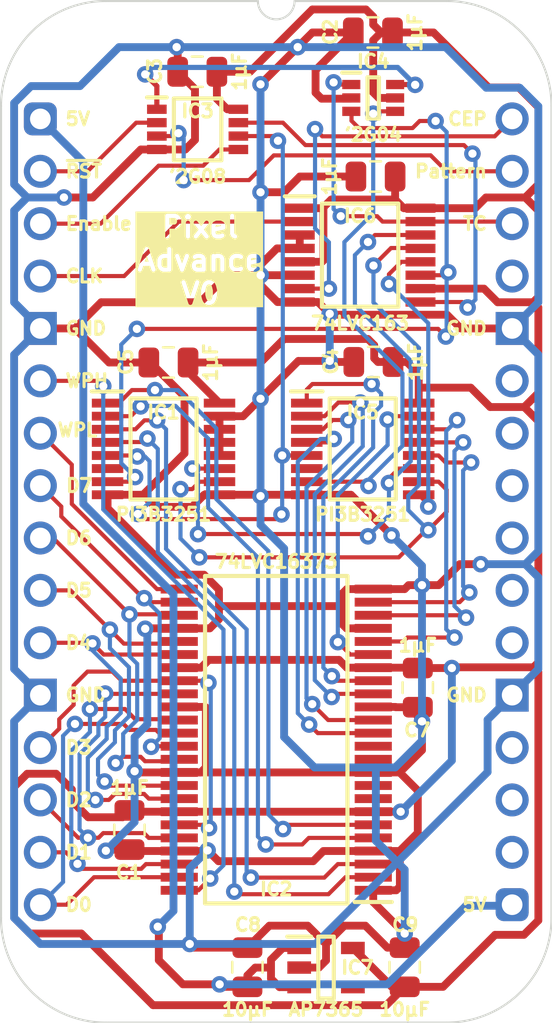
<source format=kicad_pcb>
(kicad_pcb (version 20240108) (generator "pcbnew") (generator_version "8.0")
  (title_block (title "Pixel Step Advance") (date "2024-03-06") (rev "V0"))
  (layers (0 "F.Cu" signal) (31 "B.Cu" signal) (34 "B.Paste" user) (35 "F.Paste" user) (36 "B.SilkS" user "B.Silkscreen") (37 "F.SilkS" user "F.Silkscreen") (38 "B.Mask" user) (39 "F.Mask" user) (44 "Edge.Cuts" user))
  (net 0 "")
  (net 1 "/5V")
  (net 2 "/GND")
  (net 3 "/3.3V")
  (net 4 "/Selected Pattern")
  (net 5 "/Enable Pattern")
  (net 6 "/Y")
  (net 7 "/CEP")
  (net 8 "/CLK")
  (net 9 "/TC")
  (net 10 "/RPS8")
  (net 11 "/RPS9")
  (net 12 "/RPS10")
  (net 13 "/RPS11")
  (net 14 "/~{Reset}")
  (net 15 "/Q0")
  (net 16 "/Q1")
  (net 17 "/Q2")
  (net 18 "/Q3")
  (net 19 "/RPS0")
  (net 20 "/RPS1")
  (net 21 "/RPS2")
  (net 22 "/RPS3")
  (net 23 "/RPS4")
  (net 24 "/RPS5")
  (net 25 "/RPS6")
  (net 26 "/RPS7")
  (net 27 "/Write Pattern Low")
  (net 28 "/D0")
  (net 29 "/D1")
  (net 30 "/D2")
  (net 31 "/D3")
  (net 32 "/D4")
  (net 33 "/D5")
  (net 34 "/D6")
  (net 35 "/D7")
  (net 36 "/Write Pattern High")
  (net 37 "/~{TC}")
  (net 49 "/~{PE}")
  (net 52 "/~{Q3}")
  (footprint "SamacSys_Parts:C_0805" (layer "F.Cu") (at 17.653 41.148)
    (property "Reference" "C9")
    (property "Value" "10µF")
  )
  (footprint "SamacSys_Parts:DIP-32_Board_W22.86mm" (layer "F.Cu") (at 0 0)
    (property "Reference" "J1" (hide yes))
    (property "Value" "Conn_02x16_Counter_Clockwise" (hide yes))
    (fp_line (start -1.905 -0.635) (end -1.905 38.735) (stroke (width 0.1)) (layer "Edge.Cuts"))
    (fp_line (start 10.541 -5.715) (end 3.175 -5.715) (stroke (width 0.1)) (layer "Edge.Cuts"))
    (fp_line (start 19.685 -5.715) (end 12.319 -5.715) (stroke (width 0.1)) (layer "Edge.Cuts"))
    (fp_line (start 19.685 43.815) (end 3.175 43.815) (stroke (width 0.1)) (layer "Edge.Cuts"))
    (fp_line (start 24.765 38.735) (end 24.765 -0.635) (stroke (width 0.1)) (layer "Edge.Cuts"))
    (fp_arc (start -1.905 -0.635) (mid -0.417102 -4.227102) (end 3.175 -5.715) (stroke (width 0.1)) (layer "Edge.Cuts"))
    (fp_arc (start 3.175 43.815) (mid -0.417102 42.327102) (end -1.905 38.735) (stroke (width 0.1)) (layer "Edge.Cuts"))
    (fp_arc (start 12.319 -5.715) (mid 11.43 -4.826) (end 10.541 -5.715) (stroke (width 0.1)) (layer "Edge.Cuts"))
    (fp_arc (start 19.685 -5.715) (mid 23.277102 -4.227102) (end 24.765 -0.635) (stroke (width 0.1)) (layer "Edge.Cuts"))
    (fp_arc (start 24.765 38.735) (mid 23.277102 42.327102) (end 19.685 43.815) (stroke (width 0.1)) (layer "Edge.Cuts"))
  )
  (footprint "SamacSys_Parts:C_0805" (layer "F.Cu") (at 7.62 -2.286 90)
    (property "Reference" "C3")
    (property "Value" "1μF")
  )
  (footprint "SamacSys_Parts:C_0805" (layer "F.Cu") (at 16.1544 11.7856 90)
    (property "Reference" "C4")
    (property "Value" "1μF")
  )
  (footprint "SamacSys_Parts:C_0805" (layer "F.Cu") (at 16.256 2.794 90)
    (property "Reference" "C6" (hide yes))
    (property "Value" "1μF")
  )
  (footprint "SamacSys_Parts:C_0805" (layer "F.Cu") (at 6.223 11.811 90)
    (property "Reference" "C5")
    (property "Value" "1μF")
  )
  (footprint "SamacSys_Parts:SOP65P400X110-8N" (layer "F.Cu") (at 7.62 0.508)
    (property "Reference" "IC3")
    (property "Value" "74LVC2G08DP-Q100H" (hide yes))
  )
  (footprint "SamacSys_Parts:SOP65P640X110-16N" (layer "F.Cu") (at 15.494 6.604)
    (property "Reference" "IC6")
    (property "Value" "74LVC163PW,118" (hide yes))
  )
  (footprint "SamacSys_Parts:SOP64P599X175-16N" (layer "F.Cu") (at 5.969 16.002)
    (property "Reference" "IC1")
    (property "Value" "PI3B3251QE" (hide yes))
  )
  (footprint "SamacSys_Parts:C_0805" (layer "F.Cu") (at 4.318 34.462 180)
    (property "Reference" "C1")
    (property "Value" "1μF")
  )
  (footprint "SamacSys_Parts:C_0805" (layer "F.Cu") (at 10.033 41.148)
    (property "Reference" "C8")
    (property "Value" "10µF")
  )
  (footprint "SamacSys_Parts:SOT95P285X130-5N" (layer "F.Cu") (at 13.843 41.148)
    (property "Reference" "IC7")
    (property "Value" "AP7365-33WG-7" (hide yes))
  )
  (footprint "SamacSys_Parts:C_0805" (layer "F.Cu") (at 16.129 -4.191 90)
    (property "Reference" "C2")
    (property "Value" "1μF")
  )
  (footprint "SamacSys_Parts:C_0805" (layer "F.Cu") (at 18.288 27.559 180)
    (property "Reference" "C7")
    (property "Value" "1μF")
  )
  (footprint "SamacSys_Parts:SOP64P599X175-16N" (layer "F.Cu") (at 15.621 16.002)
    (property "Reference" "IC5")
    (property "Value" "PI3B3251QE" (hide yes))
  )
  (footprint "SamacSys_Parts:SOP64P1025X280-48N" (layer "F.Cu") (at 11.43 30.099 180)
    (property "Reference" "IC2")
    (property "Value" "74LVC16373ADL,118" (hide yes))
  )
  (footprint "SamacSys_Parts:SOP65P210X110-6N" (layer "F.Cu") (at 16.129 -1.016)
    (property "Reference" "IC4")
    (property "Value" "74LVC2G04GW-Q100H" (hide yes))
  )
  (footprint "SamacSys_Parts:PinHeader_1x16_P2.54mm_Vertical" (layer "B.Cu") (at 22.86 0 180)
    (property "Reference" "J3" (hide yes))
    (property "Value" "Pin_Header_01x16")
  )
  (footprint "SamacSys_Parts:PinHeader_1x16_P2.54mm_Vertical" (layer "B.Cu") (at 0 0 180)
    (property "Reference" "J2" (hide yes))
    (property "Value" "Pin_Header_01x16")
  )
  (gr_text "5V" (at 1.143 0 0) (layer "F.SilkS") (effects (font (size 0.635 0.635)) (justify left)))
  (gr_text "5V" (at 21.717 38.1 0) (layer "F.SilkS") (effects (font (size 0.635 0.635)) (justify right)))
  (gr_text "Enable" (at 1.143 5.08 0) (layer "F.SilkS") (effects (font (size 0.635 0.635)) (justify left)))
  (gr_text "D3" (at 1.143 30.48 0) (layer "F.SilkS") (effects (font (size 0.635 0.635)) (justify left)))
  (gr_text "Pattern" (at 21.717 2.54 0) (layer "F.SilkS") (effects (font (size 0.635 0.635)) (justify right)))
  (gr_text "D4" (at 1.143 25.4 0) (layer "F.SilkS") (effects (font (size 0.635 0.635)) (justify left)))
  (gr_text "WPH" (at 1.143 12.7 0) (layer "F.SilkS") (effects (font (size 0.635 0.635)) (justify left)))
  (gr_text "GND" (at 21.717 10.16 0) (layer "F.SilkS") (effects (font (size 0.635 0.635)) (justify right)))
  (gr_text "GND" (at 1.143 27.94 0) (layer "F.SilkS") (effects (font (size 0.635 0.635)) (justify left)))
  (gr_text "D1" (at 1.143 35.56 0) (layer "F.SilkS") (effects (font (size 0.635 0.635)) (justify left)))
  (gr_text "D7" (at 1.1684 17.78 0) (layer "F.SilkS") (effects (font (size 0.635 0.635)) (justify left)))
  (gr_text "TC" (at 21.717 5.08 0) (layer "F.SilkS") (effects (font (size 0.635 0.635)) (justify right)))
  (gr_text "~{RST}" (at 1.143 2.54 0) (layer "F.SilkS") (effects (font (size 0.635 0.635)) (justify left)))
  (gr_text "D2" (at 1.143 33.02 0) (layer "F.SilkS") (effects (font (size 0.635 0.635)) (justify left)))
  (gr_text "CLK" (at 1.143 7.62 0) (layer "F.SilkS") (effects (font (size 0.635 0.635)) (justify left)))
  (gr_text "D0" (at 1.143 38.1 0) (layer "F.SilkS") (effects (font (size 0.635 0.635)) (justify left)))
  (gr_text "WPL" (at 0.762 15.0876 0) (layer "F.SilkS") (effects (font (size 0.635 0.635)) (justify left)))
  (gr_text "Pixel\nAdvance\nV0" (at 7.747 6.858 0) (layer "F.SilkS" knockout) (effects (font (size 1 1) (thickness 0.2) (bold yes))))
  (gr_text "CEP" (at 21.717 0 0) (layer "F.SilkS") (effects (font (size 0.635 0.635)) (justify right)))
  (gr_text "GND" (at 21.717 27.94 0) (layer "F.SilkS") (effects (font (size 0.635 0.635)) (justify right)))
  (gr_text "D6" (at 1.143 20.32 0) (layer "F.SilkS") (effects (font (size 0.635 0.635)) (justify left)))
  (gr_text "D5" (at 1.143 22.86 0) (layer "F.SilkS") (effects (font (size 0.635 0.635)) (justify left)))
  (gr_text "GND" (at 1.143 10.16 0) (layer "F.SilkS") (effects (font (size 0.635 0.635)) (justify left)))
  (segment (start 8.6868 41.9608) (end 6.9088 41.9608) (width 0.38) (layer "F.Cu") (net 1))
  (segment (start 10.414 41.148) (end 11.176 41.148) (width 0.38) (layer "F.Cu") (net 1))
  (segment (start 11.176 40.767) (end 11.745 40.198) (width 0.38) (layer "F.Cu") (net 1))
  (segment (start 10.033 42.082) (end 8.808 42.082) (width 0.38) (layer "F.Cu") (net 1))
  (segment (start 10.033 41.529) (end 10.414 41.148) (width 0.38) (layer "F.Cu") (net 1))
  (segment (start 12.543 42.098) (end 11.588 42.098) (width 0.38) (layer "F.Cu") (net 1))
  (segment (start 11.588 42.098) (end 11.176 41.686) (width 0.38) (layer "F.Cu") (net 1))
  (segment (start 10.033 42.082) (end 10.033 41.529) (width 0.38) (layer "F.Cu") (net 1))
  (segment (start 6.9088 41.9608) (end 5.7404 40.7924) (width 0.38) (layer "F.Cu") (net 1))
  (segment (start 11.176 41.686) (end 11.176 41.148) (width 0.38) (layer "F.Cu") (net 1))
  (segment (start 5.7404 39.2176) (end 5.6896 39.1668) (width 0.38) (layer "F.Cu") (net 1))
  (segment (start 11.176 41.148) (end 11.176 40.767) (width 0.38) (layer "F.Cu") (net 1))
  (segment (start 11.745 40.198) (end 12.543 40.198) (width 0.38) (layer "F.Cu") (net 1))
  (segment (start 8.808 42.082) (end 8.6868 41.9608) (width 0.38) (layer "F.Cu") (net 1))
  (segment (start 5.7404 40.7924) (end 5.7404 39.2176) (width 0.38) (layer "F.Cu") (net 1))
  (via (at 5.6896 39.1668) (size 0.8) (drill 0.4) (layers "F.Cu" "B.Cu") (net 1))
  (via (at 8.6868 41.9608) (size 0.8) (drill 0.4) (layers "F.Cu" "B.Cu") (net 1))
  (segment (start 5.6896 39.1668) (end 6.4516 38.4048) (width 0.38) (layer "B.Cu") (net 1))
  (segment (start 6.4516 23.032686) (end 2.0828 18.663886) (width 0.38) (layer "B.Cu") (net 1))
  (segment (start 8.6868 41.9608) (end 16.8148 41.9608) (width 0.38) (layer "B.Cu") (net 1))
  (segment (start 2.0828 18.663886) (end 2.0828 2.0828) (width 0.38) (layer "B.Cu") (net 1))
  (segment (start 6.4516 38.4048) (end 6.4516 23.032686) (width 0.38) (layer "B.Cu") (net 1))
  (segment (start 2.0828 2.0828) (end 0 0) (width 0.38) (layer "B.Cu") (net 1))
  (segment (start 16.8148 41.9608) (end 20.6248 38.1508) (width 0.38) (layer "B.Cu") (net 1))
  (segment (start 20.6248 38.1508) (end 22.86 38.1508) (width 0.38) (layer "B.Cu") (net 1))
  (segment (start 15.1884 11.7856) (end 14.0716 11.7856) (width 0.38) (layer "F.Cu") (net 2))
  (segment (start 6.654 -2.286) (end 6.654 -3.429985) (width 0.38) (layer "F.Cu") (net 2))
  (segment (start 2.54 3.81) (end 4.867 1.483) (width 0.38) (layer "F.Cu") (net 2))
  (segment (start 17.223 28.525) (end 18.288 28.525) (width 0.38) (layer "F.Cu") (net 2))
  (segment (start 17.844 22.606) (end 17.653 22.797) (width 0.38) (layer "F.Cu") (net 2))
  (segment (start 3.2308 35.428) (end 3.175 35.4838) (width 0.38) (layer "F.Cu") (net 2))
  (segment (start 8.681 18.224) (end 7.938 18.224) (width 0.38) (layer "F.Cu") (net 2))
  (segment (start 13.498 41.148) (end 13.843 40.803) (width 0.38) (layer "F.Cu") (net 2))
  (segment (start 18.288 34.619) (end 17.41 35.497) (width 0.38) (layer "F.Cu") (net 2))
  (segment (start 7.355408 18.806592) (end 5.561472 18.806592) (width 0.38) (layer "F.Cu") (net 2))
  (segment (start 6.73 35.497) (end 8.073463 35.497) (width 0.38) (layer "F.Cu") (net 2))
  (segment (start 16.13 24.701) (end 15.210717 24.701) (width 0.38) (layer "F.Cu") (net 2))
  (segment (start 15.163 -4.191) (end 13.335 -2.363) (width 0.38) (layer "F.Cu") (net 2))
  (segment (start 8.655 23.622) (end 14.645383 23.622) (width 0.38) (layer "F.Cu") (net 2))
  (segment (start 13.451 8.879) (end 14.0208 9.4488) (width 0.38) (layer "F.Cu") (net 2))
  (segment (start 3.257 18.224) (end 3.257 18.878) (width 0.38) (layer "F.Cu") (net 2))
  (segment (start 17.41 35.497) (end 16.13 35.497) (width 0.38) (layer "F.Cu") (net 2))
  (segment (start 14.066 9.494) (end 14.0208 9.4488) (width 0.38) (layer "F.Cu") (net 2))
  (segment (start 10.677826 7.579) (end 10.677813 7.579013) (width 0.38) (layer "F.Cu") (net 2))
  (segment (start 8.681 18.224) (end 10.604 18.224) (width 0.38) (layer "F.Cu") (net 2))
  (segment (start 10.732 18.224) (end 10.668 18.288) (width 0.38) (layer "F.Cu") (net 2))
  (segment (start 10.033 40.182) (end 7.416 40.182) (width 0.38) (layer "F.Cu") (net 2))
  (segment (start 15.163 -4.191) (end 13.18223 -4.191) (width 0.38) (layer "F.Cu") (net 2))
  (segment (start 11.099 39.116) (end 12.954 39.116) (width 0.38) (layer "F.Cu") (net 2))
  (segment (start 3.257 18.878) (end 6.477 22.098) (width 0.38) (layer "F.Cu") (net 2))
  (segment (start 8.655 22.827) (end 8.655 23.622) (width 0.38) (layer "F.Cu") (net 2))
  (segment (start 13.716 35.497) (end 13.223 35.99) (width 0.38) (layer "F.Cu") (net 2))
  (segment (start 6.73 31.687) (end 16.13 31.687) (width 0.38) (layer "F.Cu") (net 2))
  (segment (start 7.493 1.016) (end 7.493 -1.447) (width 0.38) (layer "F.Cu") (net 2))
  (segment (start 16.13 31.687) (end 17.41 31.687) (width 0.38) (layer "F.Cu") (net 2))
  (segment (start 1.6764 10.16) (end 2.9464 8.89) (width 0.38) (layer "F.Cu") (net 2))
  (segment (start 14.85 22.797) (end 16.13 22.797) (width 0.38) (layer "F.Cu") (net 2))
  (segment (start 11.811 3.556) (end 10.668 3.556) (width 0.38) (layer "F.Cu") (net 2))
  (segment (start 16.814 40.182) (end 15.748 39.116) (width 0.38) (layer "F.Cu") (net 2))
  (segment (start 1.6764 10.16) (end 0 10.16) (width 0.38) (layer "F.Cu") (net 2))
  (segment (start 6.654 -3.429985) (end 6.604 -3.479985) (width 0.38) (layer "F.Cu") (net 2))
  (segment (start 6.985 13.462) (end 6.985 16.21788) (width 0.38) (layer "F.Cu") (net 2))
  (segment (start 12.569 8.879) (end 13.451 8.879) (width 0.38) (layer "F.Cu") (net 2))
  (segment (start 18.491204 30.605796) (end 18.491204 29.21) (width 0.38) (layer "F.Cu") (net 2))
  (segment (start 17.42 37.224) (end 17.243 37.401) (width 0.38) (layer "F.Cu") (net 2))
  (segment (start 3.257 18.224) (end 4.889999 18.224) (width 0.38) (layer "F.Cu") (net 2))
  (segment (start 17.41 31.687) (end 18.491204 30.605796) (width 0.38) (layer "F.Cu") (net 2))
  (segment (start 10.677813 8.067813) (end 10.677813 7.579013) (width 0.38) (layer "F.Cu") (net 2))
  (segment (start 12.573 2.794) (end 11.811 3.556) (width 0.38) (layer "F.Cu") (net 2))
  (segment (start 19.304 22.606) (end 18.4912 22.606) (width 0.38) (layer "F.Cu") (net 2))
  (segment (start 8.628469 35.99) (end 8.104466 35.465997) (width 0.38) (layer "F.Cu") (net 2))
  (segment (start 12.569 6.279) (end 12.569 5.629) (width 0.38) (layer "F.Cu") (net 2))
  (segment (start 13.223 35.99) (end 8.628469 35.99) (width 0.38) (layer "F.Cu") (net 2))
  (segment (start 7.989 28.511) (end 8.02 28.542) (width 0.38) (layer "F.Cu") (net 2))
  (segment (start 18.288 32.565) (end 18.288 34.619) (width 0.38) (layer "F.Cu") (net 2))
  (segment (start 10.604 18.224) (end 10.668 18.288) (width 0.38) (layer "F.Cu") (net 2))
  (segment (start 16.13 35.497) (end 13.716 35.497) (width 0.38) (layer "F.Cu") (net 2))
  (segment (start 17.41 31.687) (end 18.288 32.565) (width 0.38) (layer "F.Cu") (net 2))
  (segment (start 8.211 24.701) (end 8.655 24.257) (width 0.38) (layer "F.Cu") (net 2))
  (segment (start 17.41 35.497) (end 17.42 35.507) (width 0.38) (layer "F.Cu") (net 2))
  (segment (start 4.318 35.428) (end 3.2308 35.428) (width 0.38) (layer "F.Cu") (net 2))
  (segment (start 11.464 6.279) (end 10.677813 7.065187) (width 0.38) (layer "F.Cu") (net 2))
  (segment (start 16.13 22.797) (end 17.653 22.797) (width 0.38) (layer "F.Cu") (net 2))
  (segment (start 13.843 40.803) (end 13.843 40.005) (width 0.38) (layer "F.Cu") (net 2))
  (segment (start 11.489 8.879) (end 10.677813 8.067813) (width 0.38) (layer "F.Cu") (net 2))
  (segment (start 18.4912 22.606) (end 17.844 22.606) (width 0.38) (layer "F.Cu") (net 2))
  (segment (start 10.677813 7.065187) (end 10.677813 7.579013) (width 0.38) (layer "F.Cu") (net 2))
  (segment (start 17.653 40.182) (end 16.814 40.182) (width 0.38) (layer "F.Cu") (net 2))
  (segment (start 17.243 37.401) (end 16.13 37.401) (width 0.38) (layer "F.Cu") (net 2))
  (segment (start 15.748 39.116) (end 14.732 39.116) (width 0.38) (layer "F.Cu") (net 2))
  (segment (start 12.954 39.116) (end 13.843 40.005) (width 0.38) (layer "F.Cu") (net 2))
  (segment (start 15.210717 24.701) (end 14.835383 24.701) (width 0.38) (layer "F.Cu") (net 2))
  (segment (start 17.653 40.182) (end 17.653 39.497) (width 0.38) (layer "F.Cu") (net 2))
  (segment (start 9.057987 7.579013) (end 10.677813 7.579013) (width 0.38) (layer "F.Cu") (net 2))
  (segment (start 20.32 21.59) (end 19.304 22.606) (width 0.38) (layer "F.Cu") (net 2))
  (segment (start 2.54 3.81) (end 1.143 3.81) (width 0.38) (layer "F.Cu") (net 2))
  (segment (start 6.73 35.497) (end 4.387 35.497) (width 0.38) (layer "F.Cu") (net 2))
  (segment (start 13.335 -2.363) (end 13.335 -1.27) (width 0.38) (layer "F.Cu") (net 2))
  (segment (start 6.985 16.21788) (end 4.97888 18.224) (width 0.38) (layer "F.Cu") (net 2))
  (segment (start 17.42 35.507) (end 17.42 37.224) (width 0.38) (layer "F.Cu") (net 2))
  (segment (start 5.257 11.811) (end 3.3274 11.811) (width 0.38) (layer "F.Cu") (net 2))
  (segment (start 12.909 18.224) (end 10.732 18.224) (width 0.38) (layer "F.Cu") (net 2))
  (segment (start 7.7724 31.687) (end 6.73 31.687) (width 0.38) (layer "F.Cu") (net 2))
  (segment (start 17.209 28.511) (end 17.223 28.525) (width 0.38) (layer "F.Cu") (net 2))
  (segment (start 14.645383 23.622) (end 14.645383 23.001617) (width 0.38) (layer "F.Cu") (net 2))
  (segment (start 8.073463 35.497) (end 8.104466 35.465997) (width 0.38) (layer "F.Cu") (net 2))
  (segment (start 6.73 24.701) (end 5.099402 24.701) (width 0.38) (layer "F.Cu") (net 2))
  (segment (start 3.3274 11.811) (end 1.6764 10.16) (width 0.38) (layer "F.Cu") (net 2))
  (segment (start 7.926 22.098) (end 8.655 22.827) (width 0.38) (layer "F.Cu") (net 2))
  (segment (start 19.7048 9.494) (end 14.066 9.494) (width 0.38) (layer "F.Cu") (net 2))
  (segment (start 6.73 24.701) (end 8.211 24.701) (width 0.38) (layer "F.Cu") (net 2))
  (segment (start 10.668003 -1.676773) (end 10.668003 -1.676771) (width 0.38) (layer "F.Cu") (net 2))
  (segment (start 14.645383 23.001617) (end 14.85 22.797) (width 0.38) (layer "F.Cu") (net 2))
  (segment (start 22.86 10.16) (end 20.3708 10.16) (width 0.38) (layer "F.Cu") (net 2))
  (segment (start 12.502692 11.7348) (end 10.668002 13.56949) (width 0.38) (layer "F.Cu") (net 2))
  (segment (start 5.099402 24.701) (end 5.08 24.720402) (width 0.38) (layer "F.Cu") (net 2))
  (segment (start 12.569 6.279) (end 11.464 6.279) (width 0.38) (layer "F.Cu") (net 2))
  (segment (start 8.681 15.05) (end 8.681 14.414) (width 0.38) (layer "F.Cu") (net 2))
  (segment (start 18.288 29.006796) (end 18.491204 29.21) (width 0.38) (layer "F.Cu") (net 2))
  (segment (start 8.681 16.32) (end 8.681 15.684) (width 0.38) (layer "F.Cu") (net 2))
  (segment (start 13.335 -1.27) (end 13.624 -0.981) (width 0.38) (layer "F.Cu") (net 2))
  (segment (start 14.645383 24.511) (end 14.645383 23.622) (width 0.38) (layer "F.Cu") (net 2))
  (segment (start 12.569 7.579) (end 10.677826 7.579) (width 0.38) (layer "F.Cu") (net 2))
  (segment (start 4.625538 31.687) (end 4.566516 31.627978) (width 0.38) (layer "F.Cu") (net 2))
  (segment (start 8.02 28.542) (end 8.02 31.4394) (width 0.38) (layer "F.Cu") (net 2))
  (segment (start 21.336 21.59) (end 20.32 21.59) (width 0.38) (layer "F.Cu") (net 2))
  (segment (start 15.049 18.224) (end 17.018 20.193) (width 0.38) (layer "F.Cu") (net 2))
  (segment (start 12.471215 -3.479985) (end 10.668003 -1.676773) (width 0.38) (layer "F.Cu") (net 2))
  (segment (start 7.938 18.224) (end 7.355408 18.806592) (width 0.38) (layer "F.Cu") (net 2))
  (segment (start 14.0716 11.7856) (end 14.0208 11.7348) (width 0.38) (layer "F.Cu") (net 2))
  (segment (start 14.0208 11.7348) (end 12.502692 11.7348) (width 0.38) (layer "F.Cu") (net 2))
  (segment (start 4.97888 18.224) (end 4.889999 18.224) (width 0.38) (layer "F.Cu") (net 2))
  (segment (start 2.9464 8.89) (end 7.747 8.89) (width 0.38) (layer "F.Cu") (net 2))
  (segment (start 6.73 28.511) (end 7.989 28.511) (width 0.38) (layer "F.Cu") (net 2))
  (segment (start 5.561472 18.806592) (end 4.97888 18.224) (width 0.38) (layer "F.Cu") (net 2))
  (segment (start 12.909 18.224) (end 15.049 18.224) (width 0.38) (layer "F.Cu") (net 2))
  (segment (start 7.416 40.182) (end 7.239 40.005) (width 0.38) (layer "F.Cu") (net 2))
  (segment (start 16.13 28.511) (end 17.209 28.511) (width 0.38) (layer "F.Cu") (net 2))
  (segment (start 12.543 41.148) (end 13.498 41.148) (width 0.38) (layer "F.Cu") (net 2))
  (segment (start 10.033 40.182) (end 11.099 39.116) (width 0.38) (layer "F.Cu") (net 2))
  (segment (start 5.334 11.811) (end 6.985 13.462) (width 0.38) (layer "F.Cu") (net 2))
  (segment (start 16.13 37.974) (end 17.653 39.497) (width 0.38) (layer "F.Cu") (net 2))
  (segment (start 7.493 -1.447) (end 6.654 -2.286) (width 0.38) (layer "F.Cu") (net 2))
  (segment (start 8.681 15.684) (end 8.681 15.05) (width 0.38) (layer "F.Cu") (net 2))
  (segment (start 8.655 24.257) (end 8.655 23.622) (width 0.38) (layer "F.Cu") (net 2))
  (segment (start 5.645 1.483) (end 4.867 1.483) (width 0.38) (layer "F.Cu") (net 2))
  (segment (start 15.29 2.794) (end 12.573 2.794) (width 0.38) (layer "F.Cu") (net 2))
  (segment (start 18.288 28.525) (end 18.288 29.006796) (width 0.38) (layer "F.Cu") (net 2))
  (segment (start 13.18223 -4.191) (end 12.471215 -3.479985) (width 0.38) (layer "F.Cu") (net 2))
  (segment (start 8.02 31.4394) (end 7.7724 31.687) (width 0.38) (layer "F.Cu") (net 2))
  (segment (start 5.645 1.483) (end 7.026 1.483) (width 0.38) (layer "F.Cu") (net 2))
  (segment (start 7.026 1.483) (end 7.493 1.016) (width 0.38) (layer "F.Cu") (net 2))
  (segment (start 13.624 -0.981) (end 15.032 -0.981) (width 0.38) (layer "F.Cu") (net 2))
  (segment (start 14.732 39.116) (end 13.843 40.005) (width 0.38) (layer "F.Cu") (net 2))
  (segment (start 6.477 22.098) (end 7.926 22.098) (width 0.38) (layer "F.Cu") (net 2))
  (segment (start 14.835383 24.701) (end 14.645383 24.511) (width 0.38) (layer "F.Cu") (net 2))
  (segment (start 8.681 14.414) (end 9.823492 14.414) (width 0.38) (layer "F.Cu") (net 2))
  (segment (start 7.747 8.89) (end 9.057987 7.579013) (width 0.38) (layer "F.Cu") (net 2))
  (segment (start 6.73 31.687) (end 4.625538 31.687) (width 0.38) (layer "F.Cu") (net 2))
  (segment (start 9.823492 14.414) (end 10.668002 13.56949) (width 0.38) (layer "F.Cu") (net 2))
  (segment (start 16.13 37.401) (end 16.13 37.974) (width 0.38) (layer "F.Cu") (net 2))
  (segment (start 12.569 8.879) (end 11.489 8.879) (width 0.38) (layer "F.Cu") (net 2))
  (segment (start 20.3708 10.16) (end 19.7048 9.494) (width 0.38) (layer "F.Cu") (net 2))
  (via (at 4.566516 31.627978) (size 0.8) (drill 0.4) (layers "F.Cu" "B.Cu") (net 2))
  (via (at 14.0208 9.4488) (size 0.8) (drill 0.4) (layers "F.Cu" "B.Cu") (net 2))
  (via (at 1.143 3.81) (size 0.8) (drill 0.4) (layers "F.Cu" "B.Cu") (net 2))
  (via (at 10.668 18.288) (size 0.8) (drill 0.4) (layers "F.Cu" "B.Cu") (net 2))
  (via (at 10.668002 13.56949) (size 0.8) (drill 0.4) (layers "F.Cu" "B.Cu") (net 2))
  (via (at 18.491204 29.21) (size 0.8) (drill 0.4) (layers "F.Cu" "B.Cu") (net 2))
  (via (at 17.018 20.193) (size 0.8) (drill 0.4) (layers "F.Cu" "B.Cu") (net 2))
  (via (at 10.668003 -1.676771) (size 0.8) (drill 0.4) (layers "F.Cu" "B.Cu") (net 2))
  (via (at 17.653 39.497) (size 0.8) (drill 0.4) (layers "F.Cu" "B.Cu") (net 2))
  (via (at 18.4912 22.606) (size 0.8) (drill 0.4) (layers "F.Cu" "B.Cu") (net 2))
  (via (at 10.677813 7.579013) (size 0.8) (drill 0.4) (layers "F.Cu" "B.Cu") (net 2))
  (via (at 7.239 40.005) (size 0.8) (drill 0.4) (layers "F.Cu" "B.Cu") (net 2))
  (via (at 8.104466 35.465997) (size 0.8) (drill 0.4) (layers "F.Cu" "B.Cu") (net 2))
  (via (at 21.336 21.59) (size 0.8) (drill 0.4) (layers "F.Cu" "B.Cu") (net 2))
  (via (at 14.0208 11.7348) (size 0.8) (drill 0.4) (layers "F.Cu" "B.Cu") (net 2))
  (via (at 5.08 24.720402) (size 0.8) (drill 0.4) (layers "F.Cu" "B.Cu") (net 2))
  (via (at 12.471215 -3.479985) (size 0.8) (drill 0.4) (layers "F.Cu" "B.Cu") (net 2))
  (via (at 6.604 -3.479985) (size 0.8) (drill 0.4) (layers "F.Cu" "B.Cu") (net 2))
  (via (at 3.175 35.4838) (size 0.8) (drill 0.4) (layers "F.Cu" "B.Cu") (net 2))
  (via (at 10.668 3.556) (size 0.8) (drill 0.4) (layers "F.Cu" "B.Cu") (net 2))
  (segment (start 8.104466 35.465997) (end 7.239 36.331463) (width 0.38) (layer "B.Cu") (net 2))
  (segment (start 10.668 7.5692) (end 10.668 3.556) (width 0.38) (layer "B.Cu") (net 2))
  (segment (start 19.634015 -3.479985) (end 21.6027 -1.5113) (width 0.38) (layer "B.Cu") (net 2))
  (segment (start 4.566516 29.977484) (end 4.566516 31.627978) (width 0.38) (layer "B.Cu") (net 2))
  (segment (start 13.335 40.005) (end 7.239 40.005) (width 0.38) (layer "B.Cu") (net 2))
  (segment (start -0.635 3.81) (end -1.27 3.175) (width 0.38) (layer "B.Cu") (net 2))
  (segment (start 18.4912 29.209996) (end 18.4912 22.606) (width 0.38) (layer "B.Cu") (net 2))
  (segment (start 5.08 24.720402) (end 5.183223 24.823625) (width 0.38) (layer "B.Cu") (net 2))
  (segment (start 7.239 36.331463) (end 7.239 40.005) (width 0.38) (layer "B.Cu") (net 2))
  (segment (start 21.67 31.67) (end 21.67 29.13) (width 0.38) (layer "B.Cu") (net 2))
  (segment (start 17.018 20.193) (end 18.4912 21.6662) (width 0.38) (layer "B.Cu") (net 2))
  (segment (start 13.2842 31.4452) (end 11.811 29.972) (width 0.38) (layer "B.Cu") (net 2))
  (segment (start 17.2974 36.0426) (end 21.67 31.67) (width 0.38) (layer "B.Cu") (net 2))
  (segment (start 21.67 29.13) (end 22.86 27.94) (width 0.38) (layer "B.Cu") (net 2))
  (segment (start 10.668002 13.56949) (end 10.668002 18.287998) (width 0.38) (layer "B.Cu") (net 2))
  (segment (start -1.27 38.735) (end -1.27 29.21) (width 0.38) (layer "B.Cu") (net 2))
  (segment (start 12.471215 -3.479985) (end 6.604 -3.479985) (width 0.38) (layer "B.Cu") (net 2))
  (segment (start 7.239 40.005) (end 0 40.005) (width 0.38) (layer "B.Cu") (net 2))
  (segment (start 11.811 20.828) (end 10.668 19.685) (width 0.38) (layer "B.Cu") (net 2))
  (segment (start 1.920572 -1.590557) (end 3.81 -3.479985) (width 0.38) (layer "B.Cu") (net 2))
  (segment (start 24.13 20.955) (end 23.495 21.59) (width 0.38) (layer "B.Cu") (net 2))
  (segment (start 0 10.16) (end -1.27 8.89) (width 0.38) (layer "B.Cu") (net 2))
  (segment (start 5.183223 24.823625) (end 5.183223 29.360777) (width 0.38) (layer "B.Cu") (net 2))
  (segment (start 12.471215 -3.479985) (end 19.634015 -3.479985) (width 0.38) (layer "B.Cu") (net 2))
  (segment (start 18.4912 21.6662) (end 18.4912 22.606) (width 0.38) (layer "B.Cu") (net 2))
  (segment (start 18.491204 30.149796) (end 18.491204 29.21) (width 0.38) (layer "B.Cu") (net 2))
  (segment (start 10.677813 7.579013) (end 10.668 7.5692) (width 0.38) (layer "B.Cu") (net 2))
  (segment (start 5.183223 29.360777) (end 4.566516 29.977484) (width 0.38) (layer "B.Cu") (net 2))
  (segment (start 1.143 3.81) (end -0.635 3.81) (width 0.38) (layer "B.Cu") (net 2))
  (segment (start 3.175 35.4838) (end 4.566516 34.092284) (width 0.38) (layer "B.Cu") (net 2))
  (segment (start 16.256004 31.4452) (end 17.1958 31.4452) (width 0.38) (layer "B.Cu") (net 2))
  (segment (start 21.6027 -1.5113) (end 23.2283 -1.5113) (width 0.38) (layer "B.Cu") (net 2))
  (segment (start 0 40.005) (end -1.27 38.735) (width 0.38) (layer "B.Cu") (net 2))
  (segment (start 24.13 11.43) (end 24.13 20.955) (width 0.38) (layer "B.Cu") (net 2))
  (segment (start 23.495 21.59) (end 21.336 21.59) (width 0.38) (layer "B.Cu") (net 2))
  (segment (start 10.668003 3.555997) (end 10.668003 -1.676771) (width 0.38) (layer "B.Cu") (net 2))
  (segment (start 23.495 21.59) (end 24.13 22.225) (width 0.38) (layer "B.Cu") (net 2))
  (segment (start 16.256004 35.001204) (end 17.2974 36.0426) (width 0.38) (layer "B.Cu") (net 2))
  (segment (start -1.27 26.67) (end 0 27.94) (width 0.38) (layer "B.Cu") (net 2))
  (segment (start 22.86 10.16) (end 24.13 11.43) (width 0.38) (layer "B.Cu") (net 2))
  (segment (start 16.256004 31.4452) (end 16.256004 35.001204) (width 0.38) (layer "B.Cu") (net 2))
  (segment (start 24.13 -0.6096) (end 24.13 8.89) (width 0.38) (layer "B.Cu") (net 2))
  (segment (start 17.2974 36.0426) (end 13.335 40.005) (width 0.38) (layer "B.Cu") (net 2))
  (segment (start -1.27 11.43) (end -1.27 26.67) (width 0.38) (layer "B.Cu") (net 2))
  (segment (start -1.27 4.445) (end -0.635 3.81) (width 0.38) (layer "B.Cu") (net 2))
  (segment (start 24.13 8.89) (end 22.86 10.16) (width 0.38) (layer "B.Cu") (net 2))
  (segment (start 3.81 -3.479985) (end 6.604 -3.479985) (width 0.38) (layer "B.Cu") (net 2))
  (segment (start 24.13 26.67) (end 22.86 27.94) (width 0.38) (layer "B.Cu") (net 2))
  (segment (start 23.2283 -1.5113) (end 24.13 -0.6096) (width 0.38) (layer "B.Cu") (net 2))
  (segment (start 17.1958 31.4452) (end 18.491204 30.149796) (width 0.38) (layer "B.Cu") (net 2))
  (segment (start -1.27 3.175) (end -1.27 -0.768115) (width 0.38) (layer "B.Cu") (net 2))
  (segment (start 10.668002 7.588824) (end 10.677813 7.579013) (width 0.38) (layer "B.Cu") (net 2))
  (segment (start 10.668 19.685) (end 10.668 18.288) (width 0.38) (layer "B.Cu") (net 2))
  (segment (start 10.668002 13.56949) (end 10.668002 7.588824) (width 0.38) (layer "B.Cu") (net 2))
  (segment (start 10.668 3.556) (end 10.668003 3.555997) (width 0.38) (layer "B.Cu") (net 2))
  (segment (start 24.13 22.225) (end 24.13 26.67) (width 0.38) (layer "B.Cu") (net 2))
  (segment (start -1.27 -0.768115) (end -0.447557 -1.590557) (width 0.38) (layer "B.Cu") (net 2))
  (segment (start 17.653 36.3982) (end 17.2974 36.0426) (width 0.38) (layer "B.Cu") (net 2))
  (segment (start 17.653 39.497) (end 17.653 36.3982) (width 0.38) (layer "B.Cu") (net 2))
  (segment (start -1.27 29.21) (end 0 27.94) (width 0.38) (layer "B.Cu") (net 2))
  (segment (start 10.668002 18.287998) (end 10.668 18.288) (width 0.38) (layer "B.Cu") (net 2))
  (segment (start -0.447557 -1.590557) (end 1.920572 -1.590557) (width 0.38) (layer "B.Cu") (net 2))
  (segment (start -1.27 8.89) (end -1.27 4.445) (width 0.38) (layer "B.Cu") (net 2))
  (segment (start 14.0208 11.7348) (end 14.0208 9.4488) (width 0.38) (layer "B.Cu") (net 2))
  (segment (start 18.491204 29.21) (end 18.4912 29.209996) (width 0.38) (layer "B.Cu") (net 2))
  (segment (start 4.566516 34.092284) (end 4.566516 31.627978) (width 0.38) (layer "B.Cu") (net 2))
  (segment (start 0 10.16) (end -1.27 11.43) (width 0.38) (layer "B.Cu") (net 2))
  (segment (start 11.811 29.972) (end 11.811 20.828) (width 0.38) (layer "B.Cu") (net 2))
  (segment (start 16.256004 31.4452) (end 13.2842 31.4452) (width 0.38) (layer "B.Cu") (net 2))
  (segment (start 16.51 -4.191) (end 16.129 -4.572) (width 0.38) (layer "F.Cu") (net 3))
  (segment (start 19.05 -4.191) (end 17.063 -4.191) (width 0.38) (layer "F.Cu") (net 3))
  (segment (start 24.13 8.636) (end 23.876 8.89) (width 0.38) (layer "F.Cu") (net 3))
  (segment (start 24.13 4.6228) (end 24.13 8.636) (width 0.38) (layer "F.Cu") (net 3))
  (segment (start 10.668 11.811) (end 7.157 11.811) (width 0.38) (layer "F.Cu") (net 3))
  (segment (start -1.27 32.385) (end -1.27 38.735) (width 0.38) (layer "F.Cu") (net 3))
  (segment (start 11.8084 10.6706) (end 10.668 11.811) (width 0.38) (layer "F.Cu") (net 3))
  (segment (start 18.333 12.364) (end 18.333 13.0302) (width 0.38) (layer "F.Cu") (net 3))
  (segment (start 13.18 -5.306) (end 10.16 -2.286) (width 0.38) (layer "F.Cu") (net 3))
  (segment (start 15.875 10.6706) (end 11.8084 10.6706) (width 0.38) (layer "F.Cu") (net 3))
  (segment (start 23.447457 13.97) (end 24.13 14.652543) (width 0.38) (layer "F.Cu") (net 3))
  (segment (start 22.153521 8.89) (end 21.492521 8.229) (width 0.38) (layer "F.Cu") (net 3))
  (segment (start 17.0884 11.7856) (end 17.7546 11.7856) (width 0.38) (layer "F.Cu") (net 3))
  (segment (start 13.18 -5.306) (end 15.776 -5.306) (width 0.38) (layer "F.Cu") (net 3))
  (segment (start 18.419 4.329) (end 17.61 4.329) (width 0.38) (layer "F.Cu") (net 3))
  (segment (start 14.094 3.909) (end 13.674 4.329) (width 0.38) (layer "F.Cu") (net 3))
  (segment (start 17.0884 11.7856) (end 16.3576 11.7856) (width 0.38) (layer "F.Cu") (net 3))
  (segment (start 17.61 4.329) (end 17.19 3.909) (width 0.38) (layer "F.Cu") (net 3))
  (segment (start 21.492521 8.229) (end 18.419 8.229) (width 0.38) (layer "F.Cu") (net 3))
  (segment (start 24.13 4.445) (end 23.495 3.81) (width 0.38) (layer "F.Cu") (net 3))
  (segment (start 21.59 3.81) (end 23.3172 3.81) (width 0.38) (layer "F.Cu") (net 3))
  (segment (start 18.419 4.329) (end 21.071 4.329) (width 0.38) (layer "F.Cu") (net 3))
  (segment (start 14.85 26.607) (end 14.472347 26.229347) (width 0.38) (layer "F.Cu") (net 3))
  (segment (start 8.166044 26.229347) (end 7.788391 26.607) (width 0.38) (layer "F.Cu") (net 3))
  (segment (start 1.986 39.497) (end 5.461 42.972) (width 0.38) (layer "F.Cu") (net 3))
  (segment (start -1.27 38.735) (end -0.508 39.497) (width 0.38) (layer "F.Cu") (net 3))
  (segment (start 24.13 26.83) (end 23.89 26.59) (width 0.38) (layer "F.Cu") (net 3))
  (segment (start 24.13 13.287457) (end 23.447457 13.97) (width 0.38) (layer "F.Cu") (net 3))
  (segment (start 14.472347 26.229347) (end 8.166044 26.229347) (width 0.38) (layer "F.Cu") (net 3))
  (segment (start 16.1769 10.9725) (end 15.875 10.6706) (width 0.38) (layer "F.Cu") (net 3))
  (segment (start 2.31906 33.86) (end 1.524 33.06494) (width 0.38) (layer "F.Cu") (net 3))
  (segment (start 3.986 33.86) (end 2.31906 33.86) (width 0.38) (layer "F.Cu") (net 3))
  (segment (start -0.635 31.75) (end -1.27 32.385) (width 0.38) (layer "F.Cu") (net 3))
  (segment (start 17.027 42.082) (end 17.653 42.082) (width 0.38) (layer "F.Cu") (net 3))
  (segment (start 24.13 14.652543) (end 24.13 26.35) (width 0.38) (layer "F.Cu") (net 3))
  (segment (start 10.16 -2.286) (end 8.554 -2.286) (width 0.38) (layer "F.Cu") (net 3))
  (segment (start 23.876 8.89) (end 24.13 9.144) (width 0.38) (layer "F.Cu") (net 3))
  (segment (start 16.129 -4.953) (end 15.776 -5.306) (width 0.38) (layer "F.Cu") (net 3))
  (segment (start 16.3576 11.7856) (end 16.1769 11.6049) (width 0.38) (layer "F.Cu") (net 3))
  (segment (start 17.653 42.082) (end 19.513 42.082) (width 0.38) (layer "F.Cu") (net 3))
  (segment (start 16.13 33.591) (end 17.456785 33.591) (width 0.38) (layer "F.Cu") (net 3))
  (segment (start 23.447457 13.97) (end 21.7932 13.97) (width 0.38) (layer "F.Cu") (net 3))
  (segment (start 23.876 8.89) (end 22.153521 8.89) (width 0.38) (layer "F.Cu") (net 3))
  (segment (start 16.51 -4.191) (end 16.129 -3.81) (width 0.38) (layer "F.Cu") (net 3))
  (segment (start 18.333 13.0302) (end 18.333 13.78) (width 0.38) (layer "F.Cu") (net 3))
  (segment (start 18.288 26.625) (end 19.939 26.625) (width 0.38) (layer "F.Cu") (net 3))
  (segment (start 23.89 26.59) (end 19.974 26.59) (width 0.38) (layer "F.Cu") (net 3))
  (segment (start 23.3172 3.81) (end 23.495 3.81) (width 0.38) (layer "F.Cu") (net 3))
  (segment (start -0.508 39.497) (end 1.986 39.497) (width 0.38) (layer "F.Cu") (net 3))
  (segment (start 24.13 4.6228) (end 24.13 4.445) (width 0.38) (layer "F.Cu") (net 3))
  (segment (start 19.513 42.082) (end 22.0345 39.5605) (width 0.38) (layer "F.Cu") (net 3))
  (segment (start 20.8534 13.0302) (end 18.333 13.0302) (width 0.38) (layer "F.Cu") (net 3))
  (segment (start 13.674 4.329) (end 13.716 4.371) (width 0.38) (layer "F.Cu") (net 3))
  (segment (start 24.13 -0.5715) (end 23.1775 -1.524) (width 0.38) (layer "F.Cu") (net 3))
  (segment (start 0.762 31.75) (end -0.635 31.75) (width 0.38) (layer "F.Cu") (net 3))
  (segment (start 16.13 26.607) (end 14.85 26.607) (width 0.38) (layer "F.Cu") (net 3))
  (segment (start 18.27 26.607) (end 16.13 26.607) (width 0.38) (layer "F.Cu") (net 3))
  (segment (start 19.974 26.59) (end 19.939 26.625) (width 0.38) (layer "F.Cu") (net 3))
  (segment (start 16.3985 -1.016) (end 17.191 -1.016) (width 0.38) (layer "F.Cu") (net 3))
  (segment (start 4.064 33.782) (end 3.986 33.86) (width 0.38) (layer "F.Cu") (net 3))
  (segment (start 16.129 -3.81) (end 16.129 -1.2855) (width 0.38) (layer "F.Cu") (net 3))
  (segment (start 21.071 4.329) (end 21.59 3.81) (width 0.38) (layer "F.Cu") (net 3))
  (segment (start 12.569 4.329) (end 13.674 4.329) (width 0.38) (layer "F.Cu") (net 3))
  (segment (start 9.595 -0.467) (end 9.058 -0.467) (width 0.38) (layer "F.Cu") (net 3))
  (segment (start 16.129 -1.2855) (end 16.3985 -1.016) (width 0.38) (layer "F.Cu") (net 3))
  (segment (start 17.063 -4.191) (end 16.51 -4.191) (width 0.38) (layer "F.Cu") (net 3))
  (segment (start 24.13 3.175) (end 24.13 -0.5715) (width 0.38) (layer "F.Cu") (net 3))
  (segment (start 13.716 6.862) (end 13.649 6.929) (width 0.38) (layer "F.Cu") (net 3))
  (segment (start 16.129 -4.572) (end 16.129 -4.953) (width 0.38) (layer "F.Cu") (net 3))
  (segment (start 24.13 26.35) (end 23.89 26.59) (width 0.38) (layer "F.Cu") (net 3))
  (segment (start 17.19 3.909) (end 14.094 3.909) (width 0.38) (layer "F.Cu") (net 3))
  (segment (start 16.763 42.972) (end 17.653 42.082) (width 0.38) (layer "F.Cu") (net 3))
  (segment (start 13.716 4.371) (end 13.716 6.862) (width 0.38) (layer "F.Cu") (net 3))
  (segment (start 13.649 6.929) (end 13.149 6.929) (width 0.38) (layer "F.Cu") (net 3))
  (segment (start 16.1769 11.6049) (end 16.1769 10.9725) (width 0.38) (layer "F.Cu") (net 3))
  (segment (start 4.381 33.591) (end 6.73 33.591) (width 0.38) (layer "F.Cu") (net 3))
  (segment (start 15.143 40.198) (end 17.027 42.082) (width 0.38) (layer "F.Cu") (net 3))
  (segment (start 21.7932 13.97) (end 20.8534 13.0302) (width 0.38) (layer "F.Cu") (net 3))
  (segment (start 22.0345 39.5605) (end 23.4315 39.5605) (width 0.38) (layer "F.Cu") (net 3))
  (segment (start 23.4315 39.5605) (end 24.13 38.862) (width 0.38) (layer "F.Cu") (net 3))
  (segment (start 21.717 -1.524) (end 19.05 -4.191) (width 0.38) (layer "F.Cu") (net 3))
  (segment (start 1.524 33.06494) (end 1.524 32.512) (width 0.38) (layer "F.Cu") (net 3))
  (segment (start 23.495 3.81) (end 24.13 3.175) (width 0.38) (layer "F.Cu") (net 3))
  (segment (start 24.13 38.862) (end 24.13 26.83) (width 0.38) (layer "F.Cu") (net 3))
  (segment (start 1.524 32.512) (end 0.762 31.75) (width 0.38) (layer "F.Cu") (net 3))
  (segment (start 23.1775 -1.524) (end 21.717 -1.524) (width 0.38) (layer "F.Cu") (net 3))
  (segment (start 7.157 12.256) (end 8.681 13.78) (width 0.38) (layer "F.Cu") (net 3))
  (segment (start 5.461 42.972) (end 16.763 42.972) (width 0.38) (layer "F.Cu") (net 3))
  (segment (start 24.13 9.144) (end 24.13 13.287457) (width 0.38) (layer "F.Cu") (net 3))
  (segment (start 17.456785 33.591) (end 17.457859 33.592074) (width 0.38) (layer "F.Cu") (net 3))
  (segment (start 7.788391 26.607) (end 6.73 26.607) (width 0.38) (layer "F.Cu") (net 3))
  (segment (start 8.554 -0.971) (end 8.554 -2.286) (width 0.38) (layer "F.Cu") (net 3))
  (segment (start 9.058 -0.467) (end 8.554 -0.971) (width 0.38) (layer "F.Cu") (net 3))
  (segment (start 17.7546 11.7856) (end 18.333 12.364) (width 0.38) (layer "F.Cu") (net 3))
  (segment (start 6.73 33.591) (end 16.13 33.591) (width 0.38) (layer "F.Cu") (net 3))
  (segment (start 17.19 2.794) (end 17.19 3.909) (width 0.38) (layer "F.Cu") (net 3))
  (via (at 19.939 26.625) (size 0.8) (drill 0.4) (layers "F.Cu" "B.Cu") (net 3))
  (via (at 17.457859 33.592074) (size 0.8) (drill 0.4) (layers "F.Cu" "B.Cu") (net 3))
  (segment (start 19.939 31.110933) (end 19.939 26.625) (width 0.38) (layer "B.Cu") (net 3))
  (segment (start 17.457859 33.592074) (end 19.939 31.110933) (width 0.38) (layer "B.Cu") (net 3))
  (segment (start 10.113 2.968) (end 11.312 1.769) (width 0.2) (layer "F.Cu") (net 4))
  (segment (start 5.645 0.833) (end 6.550189 0.833) (width 0.2) (layer "F.Cu") (net 4))
  (segment (start 19.685 2.54) (end 22.86 2.54) (width 0.2) (layer "F.Cu") (net 4))
  (segment (start 6.94336 2.968) (end 10.113 2.968) (width 0.2) (layer "F.Cu") (net 4))
  (segment (start 18.914 1.769) (end 19.685 2.54) (width 0.2) (layer "F.Cu") (net 4))
  (segment (start 6.550189 0.833) (end 6.690189 0.693) (width 0.2) (layer "F.Cu") (net 4))
  (segment (start 11.312 1.769) (end 18.914 1.769) (width 0.2) (layer "F.Cu") (net 4))
  (via (at 6.94336 2.968) (size 0.8) (drill 0.4) (layers "F.Cu" "B.Cu") (net 4))
  (via (at 6.690189 0.693) (size 0.8) (drill 0.4) (layers "F.Cu" "B.Cu") (net 4))
  (segment (start 6.94336 2.968) (end 6.94336 0.946171) (width 0.2) (layer "B.Cu") (net 4))
  (segment (start 6.94336 0.946171) (end 6.690189 0.693) (width 0.2) (layer "B.Cu") (net 4))
  (segment (start 5.733 2.268) (end 7.892 2.268) (width 0.2) (layer "F.Cu") (net 5))
  (segment (start 0 5.08) (end 2.921 5.08) (width 0.2) (layer "F.Cu") (net 5))
  (segment (start 2.921 5.08) (end 5.733 2.268) (width 0.2) (layer "F.Cu") (net 5))
  (segment (start 7.892 2.268) (end 8.677 1.483) (width 0.2) (layer "F.Cu") (net 5))
  (segment (start 8.677 1.483) (end 9.595 1.483) (width 0.2) (layer "F.Cu") (net 5))
  (segment (start 11.4554 19.4056) (end 4.97254 19.4056) (width 0.2) (layer "F.Cu") (net 6))
  (segment (start 3.257 16.32) (end 4.647108 16.32) (width 0.2) (layer "F.Cu") (net 6))
  (segment (start 11.718904 16.32) (end 12.909 16.32) (width 0.2) (layer "F.Cu") (net 6))
  (segment (start 11.288494 0.833) (end 11.514247 1.058753) (width 0.2) (layer "F.Cu") (net 6))
  (segment (start 11.717959 16.319055) (end 11.718904 16.32) (width 0.2) (layer "F.Cu") (net 6))
  (segment (start 11.684 19.177) (end 11.4554 19.4056) (width 0.2) (layer "F.Cu") (net 6))
  (segment (start 9.595 0.833) (end 11.288494 0.833) (width 0.2) (layer "F.Cu") (net 6))
  (segment (start 4.97254 19.4056) (end 4.721472 19.154532) (width 0.2) (layer "F.Cu") (net 6))
  (segment (start 4.647108 16.32) (end 4.695051 16.367943) (width 0.2) (layer "F.Cu") (net 6))
  (via (at 11.514247 1.058753) (size 0.8) (drill 0.4) (layers "F.Cu" "B.Cu") (net 6))
  (via (at 11.684 19.177) (size 0.8) (drill 0.4) (layers "F.Cu" "B.Cu") (net 6))
  (via (at 11.717959 16.319055) (size 0.8) (drill 0.4) (layers "F.Cu" "B.Cu") (net 6))
  (via (at 4.721472 19.154532) (size 0.8) (drill 0.4) (layers "F.Cu" "B.Cu") (net 6))
  (via (at 4.695051 16.367943) (size 0.8) (drill 0.4) (layers "F.Cu" "B.Cu") (net 6))
  (segment (start 11.717959 16.319055) (end 11.717959 19.143041) (width 0.2) (layer "B.Cu") (net 6))
  (segment (start 5.290718 16.593718) (end 5.290718 18.585286) (width 0.2) (layer "B.Cu") (net 6))
  (segment (start 11.747331 1.291837) (end 11.514247 1.058753) (width 0.2) (layer "B.Cu") (net 6))
  (segment (start 11.717959 16.319055) (end 11.747331 16.289683) (width 0.2) (layer "B.Cu") (net 6))
  (segment (start 4.695051 16.367943) (end 5.064943 16.367943) (width 0.2) (layer "B.Cu") (net 6))
  (segment (start 5.290718 18.585286) (end 4.721472 19.154532) (width 0.2) (layer "B.Cu") (net 6))
  (segment (start 5.064943 16.367943) (end 5.290718 16.593718) (width 0.2) (layer "B.Cu") (net 6))
  (segment (start 11.747331 16.289683) (end 11.747331 1.291837) (width 0.2) (layer "B.Cu") (net 6))
  (segment (start 11.717959 19.143041) (end 11.684 19.177) (width 0.2) (layer "B.Cu") (net 6))
  (segment (start 22.86 0) (end 22.015 0.845) (width 0.2) (layer "F.Cu") (net 7))
  (segment (start 12.569 8.229) (end 13.9814 8.229) (width 0.2) (layer "F.Cu") (net 7))
  (segment (start 22.015 0.845) (end 13.659602 0.845) (width 0.2) (layer "F.Cu") (net 7))
  (segment (start 13.659602 0.845) (end 13.309602 0.495) (width 0.2) (layer "F.Cu") (net 7))
  (segment (start 13.9814 8.229) (end 13.982 8.2296) (width 0.2) (layer "F.Cu") (net 7))
  (via (at 13.982 8.2296) (size 0.8) (drill 0.4) (layers "F.Cu" "B.Cu") (net 7))
  (via (at 13.309602 0.495) (size 0.8) (drill 0.4) (layers "F.Cu" "B.Cu") (net 7))
  (segment (start 13.309602 5.308602) (end 13.982 5.981) (width 0.2) (layer "B.Cu") (net 7))
  (segment (start 13.309602 0.495) (end 13.309602 5.308602) (width 0.2) (layer "B.Cu") (net 7))
  (segment (start 13.982 5.981) (end 13.982 8.2296) (width 0.2) (layer "B.Cu") (net 7))
  (segment (start 12.569 4.979) (end 6.705 4.979) (width 0.2) (layer "F.Cu") (net 8))
  (segment (start 6.705 4.979) (end 4.064 7.62) (width 0.2) (layer "F.Cu") (net 8))
  (segment (start 4.064 7.62) (end 0 7.62) (width 0.2) (layer "F.Cu") (net 8))
  (segment (start 15.067 -1.666) (end 14.313483 -1.666) (width 0.2) (layer "F.Cu") (net 9))
  (segment (start 18.419 4.979) (end 22.759 4.979) (width 0.2) (layer "F.Cu") (net 9))
  (segment (start 16.31983 4.718169) (end 14.556 4.718169) (width 0.2) (layer "F.Cu") (net 9))
  (segment (start 16.580661 4.979) (end 16.31983 4.718169) (width 0.2) (layer "F.Cu") (net 9))
  (segment (start 18.419 4.979) (end 16.580661 4.979) (width 0.2) (layer "F.Cu") (net 9))
  (segment (start 14.313483 -1.666) (end 14.208483 -1.771) (width 0.2) (layer "F.Cu") (net 9))
  (via (at 14.556 4.718169) (size 0.8) (drill 0.4) (layers "F.Cu" "B.Cu") (net 9))
  (via (at 14.208483 -1.771) (size 0.8) (drill 0.4) (layers "F.Cu" "B.Cu") (net 9))
  (segment (start 14.208483 -1.771) (end 14.208483 4.370652) (width 0.2) (layer "B.Cu") (net 9))
  (segment (start 14.208483 4.370652) (end 14.556 4.718169) (width 0.2) (layer "B.Cu") (net 9))
  (segment (start 4.436435 13.148065) (end 5.553835 13.148065) (width 0.2) (layer "F.Cu") (net 10))
  (segment (start 16.13 34.227) (end 11.963 34.227) (width 0.2) (layer "F.Cu") (net 10))
  (segment (start 11.963 34.227) (end 11.759 34.431) (width 0.2) (layer "F.Cu") (net 10))
  (segment (start 3.8045 13.78) (end 4.436435 13.148065) (width 0.2) (layer "F.Cu") (net 10))
  (via (at 11.759 34.431) (size 0.8) (drill 0.4) (layers "F.Cu" "B.Cu") (net 10))
  (via (at 5.553835 13.148065) (size 0.8) (drill 0.4) (layers "F.Cu" "B.Cu") (net 10))
  (segment (start 6.671065 13.148065) (end 8.528 15.005) (width 0.2) (layer "B.Cu") (net 10))
  (segment (start 8.528 15.005) (end 8.528 18.434) (width 0.2) (layer "B.Cu") (net 10))
  (segment (start 11.049 33.721) (end 11.759 34.431) (width 0.2) (layer "B.Cu") (net 10))
  (segment (start 11.049 20.955) (end 11.049 33.721) (width 0.2) (layer "B.Cu") (net 10))
  (segment (start 5.553835 13.148065) (end 6.671065 13.148065) (width 0.2) (layer "B.Cu") (net 10))
  (segment (start 8.528 18.434) (end 11.049 20.955) (width 0.2) (layer "B.Cu") (net 10))
  (segment (start 16.13 34.861) (end 13.00665 34.861) (width 0.2) (layer "F.Cu") (net 11))
  (segment (start 12.68865 35.179) (end 10.922 35.179) (width 0.2) (layer "F.Cu") (net 11))
  (segment (start 3.257 14.414) (end 4.384737 14.414) (width 0.2) (layer "F.Cu") (net 11))
  (segment (start 13.00665 34.861) (end 12.68865 35.179) (width 0.2) (layer "F.Cu") (net 11))
  (segment (start 4.384737 14.414) (end 4.859099 13.939638) (width 0.2) (layer "F.Cu") (net 11))
  (via (at 10.922 35.179) (size 0.8) (drill 0.4) (layers "F.Cu" "B.Cu") (net 11))
  (via (at 4.859099 13.939638) (size 0.8) (drill 0.4) (layers "F.Cu" "B.Cu") (net 11))
  (segment (start 4.859099 13.939638) (end 4.883167 13.91557) (width 0.2) (layer "B.Cu") (net 11))
  (segment (start 8.128 18.853686) (end 10.541 21.266686) (width 0.2) (layer "B.Cu") (net 11))
  (segment (start 8.128 15.494) (end 8.128 18.853686) (width 0.2) (layer "B.Cu") (net 11))
  (segment (start 4.883167 13.91557) (end 6.54957 13.91557) (width 0.2) (layer "B.Cu") (net 11))
  (segment (start 6.54957 13.91557) (end 8.128 15.494) (width 0.2) (layer "B.Cu") (net 11))
  (segment (start 10.541 34.798) (end 10.922 35.179) (width 0.2) (layer "B.Cu") (net 11))
  (segment (start 10.541 21.266686) (end 10.541 34.798) (width 0.2) (layer "B.Cu") (net 11))
  (segment (start 4.60665 15.05) (end 5.04108 14.61557) (width 0.2) (layer "F.Cu") (net 12))
  (segment (start 16.13 36.131) (end 14.415 36.131) (width 0.2) (layer "F.Cu") (net 12))
  (segment (start 14.415 36.131) (end 13.75948 36.78652) (width 0.2) (layer "F.Cu") (net 12))
  (segment (start 13.75948 36.78652) (end 10.199355 36.78652) (width 0.2) (layer "F.Cu") (net 12))
  (segment (start 3.257 15.05) (end 4.60665 15.05) (width 0.2) (layer "F.Cu") (net 12))
  (segment (start 5.04108 14.61557) (end 5.658606 14.61557) (width 0.2) (layer "F.Cu") (net 12))
  (via (at 10.199355 36.78652) (size 0.8) (drill 0.4) (layers "F.Cu" "B.Cu") (net 12))
  (via (at 5.658606 14.61557) (size 0.8) (drill 0.4) (layers "F.Cu" "B.Cu") (net 12))
  (segment (start 5.658606 14.61557) (end 6.090718 15.047682) (width 0.2) (layer "B.Cu") (net 12))
  (segment (start 6.090718 15.047682) (end 6.090718 20.847468) (width 0.2) (layer "B.Cu") (net 12))
  (segment (start 9.995 24.75175) (end 9.995 36.582165) (width 0.2) (layer "B.Cu") (net 12))
  (segment (start 9.995 36.582165) (end 10.199355 36.78652) (width 0.2) (layer "B.Cu") (net 12))
  (segment (start 6.090718 20.847468) (end 9.995 24.75175) (width 0.2) (layer "B.Cu") (net 12))
  (segment (start 14.78365 36.767) (end 13.958736 37.591914) (width 0.2) (layer "F.Cu") (net 13))
  (segment (start 13.958736 37.591914) (end 9.524914 37.591914) (width 0.2) (layer "F.Cu") (net 13))
  (segment (start 9.524914 37.591914) (end 9.398 37.465) (width 0.2) (layer "F.Cu") (net 13))
  (segment (start 16.13 36.767) (end 14.78365 36.767) (width 0.2) (layer "F.Cu") (net 13))
  (segment (start 3.273057 15.667943) (end 5.019457 15.667943) (width 0.2) (layer "F.Cu") (net 13))
  (segment (start 5.019457 15.667943) (end 5.188968 15.498432) (width 0.2) (layer "F.Cu") (net 13))
  (via (at 5.188968 15.498432) (size 0.8) (drill 0.4) (layers "F.Cu" "B.Cu") (net 13))
  (via (at 9.398 37.465) (size 0.8) (drill 0.4) (layers "F.Cu" "B.Cu") (net 13))
  (segment (start 5.690718 16.000182) (end 5.690718 21.013153) (width 0.2) (layer "B.Cu") (net 13))
  (segment (start 9.397998 24.720433) (end 9.397998 37.464998) (width 0.2) (layer "B.Cu") (net 13))
  (segment (start 9.397998 37.464998) (end 9.398 37.465) (width 0.2) (layer "B.Cu") (net 13))
  (segment (start 5.188968 15.498432) (end 5.690718 16.000182) (width 0.2) (layer "B.Cu") (net 13))
  (segment (start 5.690718 21.013153) (end 9.397998 24.720433) (width 0.2) (layer "B.Cu") (net 13))
  (segment (start 2.286 2.54) (end 4.643 0.183) (width 0.2) (layer "F.Cu") (net 14))
  (segment (start 4.643 0.183) (end 5.645 0.183) (width 0.2) (layer "F.Cu") (net 14))
  (segment (start 0 2.54) (end 2.286 2.54) (width 0.2) (layer "F.Cu") (net 14))
  (segment (start 7.6426 20.127994) (end 15.765053 20.127994) (width 0.2) (layer "F.Cu") (net 15))
  (segment (start 8.681 16.954) (end 7.366 16.954) (width 0.2) (layer "F.Cu") (net 15))
  (segment (start 18.333 16.954) (end 17.3705 16.954) (width 0.2) (layer "F.Cu") (net 15))
  (segment (start 18.419 5.629) (end 16.215 5.629) (width 0.2) (layer "F.Cu") (net 15))
  (segment (start 16.215 5.629) (end 15.875 5.969) (width 0.2) (layer "F.Cu") (net 15))
  (segment (start 15.765053 20.127994) (end 15.875503 20.238444) (width 0.2) (layer "F.Cu") (net 15))
  (segment (start 16.891 17.4335) (end 16.891 17.653) (width 0.2) (layer "F.Cu") (net 15))
  (segment (start 17.3705 16.954) (end 16.891 17.4335) (width 0.2) (layer "F.Cu") (net 15))
  (segment (start 7.637828 20.132766) (end 7.6426 20.127994) (width 0.2) (layer "F.Cu") (net 15))
  (via (at 15.875 5.969) (size 0.8) (drill 0.4) (layers "F.Cu" "B.Cu") (net 15))
  (via (at 16.891 17.653) (size 0.8) (drill 0.4) (layers "F.Cu" "B.Cu") (net 15))
  (via (at 7.637828 20.132766) (size 0.8) (drill 0.4) (layers "F.Cu" "B.Cu") (net 15))
  (via (at 7.366 16.954) (size 0.8) (drill 0.4) (layers "F.Cu" "B.Cu") (net 15))
  (via (at 15.875503 20.238444) (size 0.8) (drill 0.4) (layers "F.Cu" "B.Cu") (net 15))
  (segment (start 16.891 19.222947) (end 16.891 17.653) (width 0.2) (layer "B.Cu") (net 15))
  (segment (start 7.637828 20.132766) (end 7.637828 17.225828) (width 0.2) (layer "B.Cu") (net 15))
  (segment (start 15.875 5.969) (end 15.24 6.604) (width 0.2) (layer "B.Cu") (net 15))
  (segment (start 17.9452 11.7222) (end 17.9452 16.5988) (width 0.2) (layer "B.Cu") (net 15))
  (segment (start 15.24 6.604) (end 15.24 9.017) (width 0.2) (layer "B.Cu") (net 15))
  (segment (start 15.875503 20.238444) (end 16.891 19.222947) (width 0.2) (layer "B.Cu") (net 15))
  (segment (start 15.24 9.017) (end 17.9452 11.7222) (width 0.2) (layer "B.Cu") (net 15))
  (segment (start 17.9452 16.5988) (end 16.891 17.653) (width 0.2) (layer "B.Cu") (net 15))
  (segment (start 7.637828 17.225828) (end 7.366 16.954) (width 0.2) (layer "B.Cu") (net 15))
  (segment (start 18.796 19.939) (end 18.687235 19.939) (width 0.2) (layer "F.Cu") (net 16))
  (segment (start 17.368235 21.258) (end 7.7024 21.258) (width 0.2) (layer "F.Cu") (net 16))
  (segment (start 16.9934 6.2596) (end 16.141 7.112) (width 0.2) (layer "F.Cu") (net 16))
  (segment (start 18.3996 6.2596) (end 16.9934 6.2596) (width 0.2) (layer "F.Cu") (net 16))
  (segment (start 18.687235 19.939) (end 17.368235 21.258) (width 0.2) (layer "F.Cu") (net 16))
  (segment (start 8.681 17.59) (end 7.7185 17.59) (width 0.2) (layer "F.Cu") (net 16))
  (segment (start 19.685 17.9795) (end 19.2955 17.59) (width 0.2) (layer "F.Cu") (net 16))
  (segment (start 18.796 19.939) (end 19.685 19.05) (width 0.2) (layer "F.Cu") (net 16))
  (segment (start 7.359965 17.948535) (end 6.790718 17.948535) (width 0.2) (layer "F.Cu") (net 16))
  (segment (start 7.7185 17.59) (end 7.359965 17.948535) (width 0.2) (layer "F.Cu") (net 16))
  (segment (start 19.2955 17.59) (end 18.333 17.59) (width 0.2) (layer "F.Cu") (net 16))
  (segment (start 19.685 19.05) (end 19.685 17.9795) (width 0.2) (layer "F.Cu") (net 16))
  (via (at 16.141 7.112) (size 0.8) (drill 0.4) (layers "F.Cu" "B.Cu") (net 16))
  (via (at 7.7024 21.258) (size 0.8) (drill 0.4) (layers "F.Cu" "B.Cu") (net 16))
  (via (at 18.796 19.939) (size 0.8) (drill 0.4) (layers "F.Cu" "B.Cu") (net 16))
  (via (at 6.790718 17.948535) (size 0.8) (drill 0.4) (layers "F.Cu" "B.Cu") (net 16))
  (segment (start 18.3452 11.1062) (end 16.141 8.902) (width 0.2) (layer "B.Cu") (net 16))
  (segment (start 6.790718 20.346318) (end 7.7024 21.258) (width 0.2) (layer "B.Cu") (net 16))
  (segment (start 16.141 8.902) (end 16.141 7.112) (width 0.2) (layer "B.Cu") (net 16))
  (segment (start 18.3452 17.760477) (end 18.3452 11.1062) (width 0.2) (layer "B.Cu") (net 16))
  (segment (start 17.827169 18.278508) (end 18.3452 17.760477) (width 0.2) (layer "B.Cu") (net 16))
  (segment (start 6.790718 17.948535) (end 6.790718 20.346318) (width 0.2) (layer "B.Cu") (net 16))
  (segment (start 17.827169 18.970169) (end 17.827169 18.278508) (width 0.2) (layer "B.Cu") (net 16))
  (segment (start 18.796 19.939) (end 17.827169 18.970169) (width 0.2) (layer "B.Cu") (net 16))
  (segment (start 17.494 6.929) (end 16.890994 7.532006) (width 0.2) (layer "F.Cu") (net 17))
  (segment (start 16.890994 7.532006) (end 16.890994 8.001) (width 0.2) (layer "F.Cu") (net 17))
  (segment (start 18.333 18.224) (end 18.796 18.687) (width 0.2) (layer "F.Cu") (net 17))
  (segment (start 18.796 18.687) (end 18.796 18.795996) (width 0.2) (layer "F.Cu") (net 17))
  (segment (start 18.419 6.929) (end 17.494 6.929) (width 0.2) (layer "F.Cu") (net 17))
  (via (at 18.796 18.795996) (size 0.8) (drill 0.4) (layers "F.Cu" "B.Cu") (net 17))
  (via (at 16.890994 8.001) (size 0.8) (drill 0.4) (layers "F.Cu" "B.Cu") (net 17))
  (segment (start 18.796 9.906006) (end 18.796 18.795996) (width 0.2) (layer "B.Cu") (net 17))
  (segment (start 16.890994 8.001) (end 18.796 9.906006) (width 0.2) (layer "B.Cu") (net 17))
  (segment (start 19.1516 0.1016) (end 18.3774 0.1016) (width 0.2) (layer "F.Cu") (net 18))
  (segment (start 15.0772 -0.366) (end 15.0772 0.0912) (width 0.2) (layer "F.Cu") (net 18))
  (segment (start 15.0772 0.0912) (end 15.431 0.445) (width 0.2) (layer "F.Cu") (net 18))
  (segment (start 19.274166 10.180598) (end 4.678402 10.180598) (width 0.2) (layer "F.Cu") (net 18))
  (segment (start 3.257 17.59) (end 4.366603 17.59) (width 0.2) (layer "F.Cu") (net 18))
  (segment (start 4.366603 17.59) (end 4.590718 17.365885) (width 0.2) (layer "F.Cu") (net 18))
  (segment (start 19.62533 7.579) (end 19.76533 7.439) (width 0.2) (layer "F.Cu") (net 18))
  (segment (start 19.647084 10.553516) (end 19.274166 10.180598) (width 0.2) (layer "F.Cu") (net 18))
  (segment (start 4.678402 10.180598) (end 4.678398 10.180602) (width 0.2) (layer "F.Cu") (net 18))
  (segment (start 18.419 7.579) (end 19.62533 7.579) (width 0.2) (layer "F.Cu") (net 18))
  (segment (start 15.431 0.445) (end 18.034 0.445) (width 0.2) (layer "F.Cu") (net 18))
  (segment (start 18.3774 0.1016) (end 18.034 0.445) (width 0.2) (layer "F.Cu") (net 18))
  (via (at 4.590718 17.365885) (size 0.8) (drill 0.4) (layers "F.Cu" "B.Cu") (net 18))
  (via (at 4.678398 10.180602) (size 0.8) (drill 0.4) (layers "F.Cu" "B.Cu") (net 18))
  (via (at 19.647084 10.553516) (size 0.8) (drill 0.4) (layers "F.Cu" "B.Cu") (net 18))
  (via (at 19.76533 7.439) (size 0.8) (drill 0.4) (layers "F.Cu" "B.Cu") (net 18))
  (via (at 19.1516 0.1016) (size 0.8) (drill 0.4) (layers "F.Cu" "B.Cu") (net 18))
  (segment (start 19.685 0.635) (end 19.1516 0.1016) (width 0.2) (layer "B.Cu") (net 18))
  (segment (start 3.919967 10.939033) (end 4.678398 10.180602) (width 0.2) (layer "B.Cu") (net 18))
  (segment (start 19.71133 7.493) (end 19.76533 7.439) (width 0.2) (layer "B.Cu") (net 18))
  (segment (start 3.919967 16.695134) (end 3.919967 10.939033) (width 0.2) (layer "B.Cu") (net 18))
  (segment (start 19.685 7.493) (end 19.685 10.5156) (width 0.2) (layer "B.Cu") (net 18))
  (segment (start 19.685 10.5156) (end 19.647084 10.553516) (width 0.2) (layer "B.Cu") (net 18))
  (segment (start 19.685 7.493) (end 19.685 0.635) (width 0.2) (layer "B.Cu") (net 18))
  (segment (start 4.590718 17.365885) (end 3.919967 16.695134) (width 0.2) (layer "B.Cu") (net 18))
  (segment (start 19.685 7.493) (end 19.71133 7.493) (width 0.2) (layer "B.Cu") (net 18))
  (segment (start 16.13 23.431) (end 20.315264 23.431) (width 0.2) (layer "F.Cu") (net 19))
  (segment (start 19.63482 16.65932) (end 20.874518 16.65932) (width 0.2) (layer "F.Cu") (net 19))
  (segment (start 18.333 16.32) (end 19.2955 16.32) (width 0.2) (layer "F.Cu") (net 19))
  (segment (start 19.2955 16.32) (end 19.63482 16.65932) (width 0.2) (layer "F.Cu") (net 19))
  (segment (start 20.315264 23.431) (end 20.785 22.961264) (width 0.2) (layer "F.Cu") (net 19))
  (via (at 20.874518 16.65932) (size 0.8) (drill 0.4) (layers "F.Cu" "B.Cu") (net 19))
  (via (at 20.785 22.961264) (size 0.8) (drill 0.4) (layers "F.Cu" "B.Cu") (net 19))
  (segment (start 20.485 17.048838) (end 20.874518 16.65932) (width 0.2) (layer "B.Cu") (net 19))
  (segment (start 20.485 22.661264) (end 20.485 17.048838) (width 0.2) (layer "B.Cu") (net 19))
  (segment (start 20.785 22.961264) (end 20.485 22.661264) (width 0.2) (layer "B.Cu") (net 19))
  (segment (start 20.4856 15.684) (end 20.485603 15.683997) (width 0.2) (layer "F.Cu") (net 20))
  (segment (start 18.333 15.684) (end 20.4856 15.684) (width 0.2) (layer "F.Cu") (net 20))
  (segment (start 20.511 24.067) (end 16.13 24.067) (width 0.2) (layer "F.Cu") (net 20))
  (segment (start 20.6248 24.1808) (end 20.511 24.067) (width 0.2) (layer "F.Cu") (net 20))
  (via (at 20.6248 24.1808) (size 0.8) (drill 0.4) (layers "F.Cu" "B.Cu") (net 20))
  (via (at 20.485603 15.683997) (size 0.8) (drill 0.4) (layers "F.Cu" "B.Cu") (net 20))
  (segment (start 20.066 23.622) (end 20.066 16.1036) (width 0.2) (layer "B.Cu") (net 20))
  (segment (start 20.066 16.1036) (end 20.485603 15.683997) (width 0.2) (layer "B.Cu") (net 20))
  (segment (start 20.6248 24.1808) (end 20.066 23.622) (width 0.2) (layer "B.Cu") (net 20))
  (segment (start 19.748 15.05) (end 20.193 14.605) (width 0.2) (layer "F.Cu") (net 21))
  (segment (start 16.13 25.337) (end 17.589 25.337) (width 0.2) (layer "F.Cu") (net 21))
  (segment (start 17.589 25.337) (end 17.78 25.146) (width 0.2) (layer "F.Cu") (net 21))
  (segment (start 17.78 25.146) (end 20.066 25.146) (width 0.2) (layer "F.Cu") (net 21))
  (segment (start 18.333 15.05) (end 19.748 15.05) (width 0.2) (layer "F.Cu") (net 21))
  (via (at 20.193 14.605) (size 0.8) (drill 0.4) (layers "F.Cu" "B.Cu") (net 21))
  (via (at 20.066 25.146) (size 0.8) (drill 0.4) (layers "F.Cu" "B.Cu") (net 21))
  (segment (start 20.066 25.146) (end 19.666 24.746) (width 0.2) (layer "B.Cu") (net 21))
  (segment (start 19.666 15.132) (end 20.193 14.605) (width 0.2) (layer "B.Cu") (net 21))
  (segment (start 19.666 24.746) (end 19.666 15.132) (width 0.2) (layer "B.Cu") (net 21))
  (segment (start 16.13 25.971) (end 15.015626 25.971) (width 0.2) (layer "F.Cu") (net 22))
  (segment (start 16.989483 14.414) (end 16.826 14.577483) (width 0.2) (layer "F.Cu") (net 22))
  (segment (start 15.015626 25.971) (end 14.41362 25.368994) (width 0.2) (layer "F.Cu") (net 22))
  (segment (start 18.333 14.414) (end 16.989483 14.414) (width 0.2) (layer "F.Cu") (net 22))
  (via (at 16.826 14.577483) (size 0.8) (drill 0.4) (layers "F.Cu" "B.Cu") (net 22))
  (via (at 14.41362 25.368994) (size 0.8) (drill 0.4) (layers "F.Cu" "B.Cu") (net 22))
  (segment (start 16.826 15.813) (end 14.41362 18.22538) (width 0.2) (layer "B.Cu") (net 22))
  (segment (start 14.41362 18.22538) (end 14.41362 25.368994) (width 0.2) (layer "B.Cu") (net 22))
  (segment (start 16.826 14.577483) (end 16.826 15.813) (width 0.2) (layer "B.Cu") (net 22))
  (segment (start 13.1826 12.8524) (end 12.909 13.126) (width 0.2) (layer "F.Cu") (net 23))
  (segment (start 16.0528 12.8524) (end 13.1826 12.8524) (width 0.2) (layer "F.Cu") (net 23))
  (segment (start 14.345465 27.241) (end 14.123813 27.019348) (width 0.2) (layer "F.Cu") (net 23))
  (segment (start 16.13 27.241) (end 14.345465 27.241) (width 0.2) (layer "F.Cu") (net 23))
  (segment (start 12.909 13.126) (end 12.909 13.78) (width 0.2) (layer "F.Cu") (net 23))
  (via (at 14.123813 27.019348) (size 0.8) (drill 0.4) (layers "F.Cu" "B.Cu") (net 23))
  (via (at 16.0528 12.8524) (size 0.8) (drill 0.4) (layers "F.Cu" "B.Cu") (net 23))
  (segment (start 16.51 13.3096) (end 16.51 13.903533) (width 0.2) (layer "B.Cu") (net 23))
  (segment (start 16.126 15.935686) (end 13.71362 18.348066) (width 0.2) (layer "B.Cu") (net 23))
  (segment (start 13.71362 26.609155) (end 14.123813 27.019348) (width 0.2) (layer "B.Cu") (net 23))
  (segment (start 16.126 14.287533) (end 16.126 15.935686) (width 0.2) (layer "B.Cu") (net 23))
  (segment (start 16.51 13.903533) (end 16.126 14.287533) (width 0.2) (layer "B.Cu") (net 23))
  (segment (start 13.71362 18.348066) (end 13.71362 26.609155) (width 0.2) (layer "B.Cu") (net 23))
  (segment (start 16.0528 12.8524) (end 16.51 13.3096) (width 0.2) (layer "B.Cu") (net 23))
  (segment (start 14.43736 13.751054) (end 15.504304 13.751054) (width 0.2) (layer "F.Cu") (net 24))
  (segment (start 14.265464 27.877) (end 14.112707 28.029757) (width 0.2) (layer "F.Cu") (net 24))
  (segment (start 13.774414 14.414) (end 14.43736 13.751054) (width 0.2) (layer "F.Cu") (net 24))
  (segment (start 16.13 27.877) (end 14.265464 27.877) (width 0.2) (layer "F.Cu") (net 24))
  (segment (start 12.909 14.414) (end 13.774414 14.414) (width 0.2) (layer "F.Cu") (net 24))
  (via (at 15.504304 13.751054) (size 0.8) (drill 0.4) (layers "F.Cu" "B.Cu") (net 24))
  (via (at 14.112707 28.029757) (size 0.8) (drill 0.4) (layers "F.Cu" "B.Cu") (net 24))
  (segment (start 15.504304 13.751054) (end 15.621 13.86775) (width 0.2) (layer "B.Cu") (net 24))
  (segment (start 15.621 13.86775) (end 15.621 15.875) (width 0.2) (layer "B.Cu") (net 24))
  (segment (start 13.296342 27.213392) (end 14.112707 28.029757) (width 0.2) (layer "B.Cu") (net 24))
  (segment (start 15.621 15.875) (end 13.296342 18.199658) (width 0.2) (layer "B.Cu") (net 24))
  (segment (start 13.296342 18.199658) (end 13.296342 27.213392) (width 0.2) (layer "B.Cu") (net 24))
  (segment (start 12.909 15.05) (end 13.693602 15.05) (width 0.2) (layer "F.Cu") (net 25))
  (segment (start 13.946958 29.147) (end 13.173746 28.373788) (width 0.2) (layer "F.Cu") (net 25))
  (segment (start 16.13 29.147) (end 13.946958 29.147) (width 0.2) (layer "F.Cu") (net 25))
  (segment (start 13.693602 15.05) (end 13.922052 14.82155) (width 0.2) (layer "F.Cu") (net 25))
  (segment (start 14.155803 14.598297) (end 14.921 14.598297) (width 0.2) (layer "F.Cu") (net 25))
  (segment (start 13.93255 14.82155) (end 14.155803 14.598297) (width 0.2) (layer "F.Cu") (net 25))
  (segment (start 13.922052 14.82155) (end 13.93255 14.82155) (width 0.2) (layer "F.Cu") (net 25))
  (via (at 14.921 14.598297) (size 0.8) (drill 0.4) (layers "F.Cu" "B.Cu") (net 25))
  (via (at 13.173746 28.373788) (size 0.8) (drill 0.4) (layers "F.Cu" "B.Cu") (net 25))
  (segment (start 12.896342 28.096384) (end 13.173746 28.373788) (width 0.2) (layer "B.Cu") (net 25))
  (segment (start 15.113 15.657282) (end 12.896342 17.87394) (width 0.2) (layer "B.Cu") (net 25))
  (segment (start 14.921 14.598297) (end 15.113 14.790297) (width 0.2) (layer "B.Cu") (net 25))
  (segment (start 15.113 14.790297) (end 15.113 15.657282) (width 0.2) (layer "B.Cu") (net 25))
  (segment (start 12.896342 17.87394) (end 12.896342 28.096384) (width 0.2) (layer "B.Cu") (net 25))
  (segment (start 14.215552 15.518) (end 14.049552 15.684) (width 0.2) (layer "F.Cu") (net 26))
  (segment (start 13.440466 29.781) (end 13.024492 29.365026) (width 0.2) (layer "F.Cu") (net 26))
  (segment (start 14.049552 15.684) (end 12.909 15.684) (width 0.2) (layer "F.Cu") (net 26))
  (segment (start 16.13 29.781) (end 13.440466 29.781) (width 0.2) (layer "F.Cu") (net 26))
  (via (at 14.215552 15.518) (size 0.8) (drill 0.4) (layers "F.Cu" "B.Cu") (net 26))
  (via (at 13.024492 29.365026) (size 0.8) (drill 0.4) (layers "F.Cu" "B.Cu") (net 26))
  (segment (start 13.574581 15.518) (end 12.473746 16.618835) (width 0.2) (layer "B.Cu") (net 26))
  (segment (start 12.473746 28.81428) (end 13.024492 29.365026) (width 0.2) (layer "B.Cu") (net 26))
  (segment (start 12.473746 16.618835) (end 12.473746 28.81428) (width 0.2) (layer "B.Cu") (net 26))
  (segment (start 14.215552 15.518) (end 13.574581 15.518) (width 0.2) (layer "B.Cu") (net 26))
  (segment (start 8.230002 36.83) (end 7.659002 37.401) (width 0.2) (layer "F.Cu") (net 27))
  (segment (start 0 12.7) (end 2.793994 12.7) (width 0.2) (layer "F.Cu") (net 27))
  (segment (start 7.659002 37.401) (end 7.204579 37.401) (width 0.2) (layer "F.Cu") (net 27))
  (segment (start 2.793994 12.7) (end 3.047994 12.954) (width 0.2) (layer "F.Cu") (net 27))
  (via (at 3.047994 12.954) (size 0.8) (drill 0.4) (layers "F.Cu" "B.Cu") (net 27))
  (via (at 8.230002 36.83) (size 0.8) (drill 0.4) (layers "F.Cu" "B.Cu") (net 27))
  (segment (start 8.873746 36.186256) (end 8.873746 24.761867) (width 0.2) (layer "B.Cu") (net 27))
  (segment (start 8.230002 36.83) (end 8.873746 36.186256) (width 0.2) (layer "B.Cu") (net 27))
  (segment (start 8.873746 24.761867) (end 3.047994 18.936115) (width 0.2) (layer "B.Cu") (net 27))
  (segment (start 3.047994 18.936115) (end 3.047994 12.954) (width 0.2) (layer "B.Cu") (net 27))
  (segment (start 4.318 29.625) (end 5.603461 29.625) (width 0.2) (layer "F.Cu") (net 28))
  (segment (start 1.27 38.1) (end 2.603 36.767) (width 0.2) (layer "F.Cu") (net 28))
  (segment (start 4.028336 29.335336) (end 4.318 29.625) (width 0.2) (layer "F.Cu") (net 28))
  (segment (start 6.73 36.767) (end 2.603 36.767) (width 0.2) (layer "F.Cu") (net 28))
  (segment (start 5.759461 29.781) (end 6.73 29.781) (width 0.2) (layer "F.Cu") (net 28))
  (segment (start 1.677176 29.335336) (end 4.028336 29.335336) (width 0.2) (layer "F.Cu") (net 28))
  (segment (start 0 38.1) (end 1.27 38.1) (width 0.2) (layer "F.Cu") (net 28))
  (segment (start 5.603461 29.625) (end 5.759461 29.781) (width 0.2) (layer "F.Cu") (net 28))
  (via (at 1.677176 29.335336) (size 0.8) (drill 0.4) (layers "F.Cu" "B.Cu") (net 28))
  (segment (start 1.1 37) (end 0 38.1) (width 0.2) (layer "B.Cu") (net 28))
  (segment (start 1.677176 29.335336) (end 1.1 29.912512) (width 0.2) (layer "B.Cu") (net 28))
  (segment (start 1.1 29.912512) (end 1.1 37) (width 0.2) (layer "B.Cu") (net 28))
  (segment (start 1.2412 35.56) (end 1.8 36.1188) (width 0.2) (layer "F.Cu") (net 29))
  (segment (start 2.041199 36.359999) (end 1.8 36.1188) (width 0.2) (layer "F.Cu") (net 29))
  (segment (start 4.595026 29.106026) (end 6.689026 29.106026) (width 0.2) (layer "F.Cu") (net 29))
  (segment (start 4.100884 28.611884) (end 4.595026 29.106026) (width 0.2) (layer "F.Cu") (net 29))
  (segment (start 0 35.56) (end 1.2412 35.56) (width 0.2) (layer "F.Cu") (net 29))
  (segment (start 6.73 36.131) (end 5.117817 36.131) (width 0.2) (layer "F.Cu") (net 29))
  (segment (start 2.402563 28.611884) (end 4.100884 28.611884) (width 0.2) (layer "F.Cu") (net 29))
  (segment (start 4.888818 36.359999) (end 2.041199 36.359999) (width 0.2) (layer "F.Cu") (net 29))
  (segment (start 5.117817 36.131) (end 4.888818 36.359999) (width 0.2) (layer "F.Cu") (net 29))
  (via (at 2.402563 28.611884) (size 0.8) (drill 0.4) (layers "F.Cu" "B.Cu") (net 29))
  (via (at 1.8 36.1188) (size 0.8) (drill 0.4) (layers "F.Cu" "B.Cu") (net 29))
  (segment (start 1.8 36.1188) (end 1.5 35.8188) (width 0.2) (layer "B.Cu") (net 29))
  (segment (start 2.402563 29.728437) (end 2.402563 28.611884) (width 0.2) (layer "B.Cu") (net 29))
  (segment (start 1.5 30.631) (end 2.402563 29.728437) (width 0.2) (layer "B.Cu") (net 29))
  (segment (start 1.5 35.8188) (end 1.5 30.631) (width 0.2) (layer "B.Cu") (net 29))
  (segment (start 3.158339 27.877) (end 3.143223 27.861884) (width 0.2) (layer "F.Cu") (net 30))
  (segment (start 5.020817 34.628) (end 3.048 34.628) (width 0.2) (layer "F.Cu") (net 30))
  (segment (start 6.73 27.877) (end 3.158339 27.877) (width 0.2) (layer "F.Cu") (net 30))
  (segment (start 2.304688 34.853393) (end 2.822607 34.853393) (width 0.2) (layer "F.Cu") (net 30))
  (segment (start 1.833393 34.853393) (end 2.304688 34.853393) (width 0.2) (layer "F.Cu") (net 30))
  (segment (start 0 33.02) (end 1.833393 34.853393) (width 0.2) (layer "F.Cu") (net 30))
  (segment (start 5.253817 34.861) (end 5.020817 34.628) (width 0.2) (layer "F.Cu") (net 30))
  (segment (start 6.73 34.861) (end 5.253817 34.861) (width 0.2) (layer "F.Cu") (net 30))
  (segment (start 2.822607 34.853393) (end 3.048 34.628) (width 0.2) (layer "F.Cu") (net 30))
  (via (at 2.304688 34.853393) (size 0.8) (drill 0.4) (layers "F.Cu" "B.Cu") (net 30))
  (via (at 3.143223 27.861884) (size 0.8) (drill 0.4) (layers "F.Cu" "B.Cu") (net 30))
  (segment (start 1.9 34.448705) (end 1.9 30.796686) (width 0.2) (layer "B.Cu") (net 30))
  (segment (start 2.304688 34.853393) (end 1.9 34.448705) (width 0.2) (layer "B.Cu") (net 30))
  (segment (start 2.813 29.883686) (end 2.813 29.317875) (width 0.2) (layer "B.Cu") (net 30))
  (segment (start 2.813 29.317875) (end 3.143223 28.987652) (width 0.2) (layer "B.Cu") (net 30))
  (segment (start 1.9 30.796686) (end 2.813 29.883686) (width 0.2) (layer "B.Cu") (net 30))
  (segment (start 3.143223 28.987652) (end 3.143223 27.861884) (width 0.2) (layer "B.Cu") (net 30))
  (segment (start 0.914281 29.108281) (end 1.612781 28.409781) (width 0.2) (layer "F.Cu") (net 31))
  (segment (start 0 30.48) (end 0.914281 29.565719) (width 0.2) (layer "F.Cu") (net 31))
  (segment (start 2.286 26.797) (end 3.493 26.797) (width 0.2) (layer "F.Cu") (net 31))
  (segment (start 6.73 27.241) (end 8.042345 27.241) (width 0.2) (layer "F.Cu") (net 31))
  (segment (start 8.01975 34.227) (end 8.17375 34.381) (width 0.2) (layer "F.Cu") (net 31))
  (segment (start 3.937 27.241) (end 6.73 27.241) (width 0.2) (layer "F.Cu") (net 31))
  (segment (start 8.042345 27.241) (end 8.143968 27.342623) (width 0.2) (layer "F.Cu") (net 31))
  (segment (start 3.493 26.797) (end 3.937 27.241) (width 0.2) (layer "F.Cu") (net 31))
  (segment (start 6.73 34.227) (end 8.01975 34.227) (width 0.2) (layer "F.Cu") (net 31))
  (segment (start 0.914281 29.565719) (end 0.914281 29.108281) (width 0.2) (layer "F.Cu") (net 31))
  (segment (start 1.612781 27.470219) (end 2.286 26.797) (width 0.2) (layer "F.Cu") (net 31))
  (segment (start 1.612781 28.409781) (end 1.612781 27.470219) (width 0.2) (layer "F.Cu") (net 31))
  (via (at 8.17375 34.381) (size 0.8) (drill 0.4) (layers "F.Cu" "B.Cu") (net 31))
  (via (at 8.143968 27.342623) (size 0.8) (drill 0.4) (layers "F.Cu" "B.Cu") (net 31))
  (segment (start 8.17375 34.381) (end 8.255 34.29975) (width 0.2) (layer "B.Cu") (net 31))
  (segment (start 8.255 34.29975) (end 8.255 27.453655) (width 0.2) (layer "B.Cu") (net 31))
  (segment (start 8.255 27.453655) (end 8.143968 27.342623) (width 0.2) (layer "B.Cu") (net 31))
  (segment (start 0 25.4) (end 2.496933 25.4) (width 0.2) (layer "F.Cu") (net 32))
  (segment (start 2.667 33.02) (end 3.316256 33.02) (width 0.2) (layer "F.Cu") (net 32))
  (segment (start 5.256744 32.957) (end 6.73 32.957) (width 0.2) (layer "F.Cu") (net 32))
  (segment (start 3.067933 25.971) (end 2.52708 25.430147) (width 0.2) (layer "F.Cu") (net 32))
  (segment (start 2.496933 25.4) (end 2.52708 25.430147) (width 0.2) (layer "F.Cu") (net 32))
  (segment (start 3.316256 33.02) (end 3.608256 32.728) (width 0.2) (layer "F.Cu") (net 32))
  (segment (start 6.73 25.971) (end 3.067933 25.971) (width 0.2) (layer "F.Cu") (net 32))
  (segment (start 5.027744 32.728) (end 5.256744 32.957) (width 0.2) (layer "F.Cu") (net 32))
  (segment (start 3.608256 32.728) (end 5.027744 32.728) (width 0.2) (layer "F.Cu") (net 32))
  (via (at 2.52708 25.430147) (size 0.8) (drill 0.4) (layers "F.Cu" "B.Cu") (net 32))
  (via (at 2.667 33.02) (size 0.8) (drill 0.4) (layers "F.Cu" "B.Cu") (net 32))
  (segment (start 3.213 30.061) (end 3.213 29.483561) (width 0.2) (layer "B.Cu") (net 32))
  (segment (start 3.893223 28.803338) (end 3.893223 27.134223) (width 0.2) (layer "B.Cu") (net 32))
  (segment (start 3.213 29.483561) (end 3.893223 28.803338) (width 0.2) (layer "B.Cu") (net 32))
  (segment (start 3.893223 27.134223) (end 2.52708 25.76808) (width 0.2) (layer "B.Cu") (net 32))
  (segment (start 2.52708 25.76808) (end 2.52708 25.430147) (width 0.2) (layer "B.Cu") (net 32))
  (segment (start 2.3 32.653) (end 2.3 30.974) (width 0.2) (layer "B.Cu") (net 32))
  (segment (start 2.3 30.974) (end 3.213 30.061) (width 0.2) (layer "B.Cu") (net 32))
  (segment (start 2.667 33.02) (end 2.3 32.653) (width 0.2) (layer "B.Cu") (net 32))
  (segment (start 3.114215 32.12557) (end 3.316645 32.328) (width 0.2) (layer "F.Cu") (net 33))
  (segment (start 4.047912 25.442705) (end 3.370207 24.765) (width 0.2) (layer "F.Cu") (net 33))
  (segment (start 1.465207 22.86) (end 3.370207 24.765) (width 0.2) (layer "F.Cu") (net 33))
  (segment (start 6.624295 25.442705) (end 4.047912 25.442705) (width 0.2) (layer "F.Cu") (net 33))
  (segment (start 0 22.86) (end 1.465207 22.86) (width 0.2) (layer "F.Cu") (net 33))
  (segment (start 3.316645 32.328) (end 6.723 32.328) (width 0.2) (layer "F.Cu") (net 33))
  (via (at 3.370207 24.765) (size 0.8) (drill 0.4) (layers "F.Cu" "B.Cu") (net 33))
  (via (at 3.114215 32.12557) (size 0.8) (drill 0.4) (layers "F.Cu" "B.Cu") (net 33))
  (segment (start 2.794 31.805355) (end 2.794 31.045686) (width 0.2) (layer "B.Cu") (net 33))
  (segment (start 3.370207 25.664522) (end 3.370207 24.765) (width 0.2) (layer "B.Cu") (net 33))
  (segment (start 4.293223 26.587539) (end 3.370207 25.664522) (width 0.2) (layer "B.Cu") (net 33))
  (segment (start 4.293223 28.969024) (end 4.293223 26.587539) (width 0.2) (layer "B.Cu") (net 33))
  (segment (start 3.613 29.649247) (end 4.293223 28.969024) (width 0.2) (layer "B.Cu") (net 33))
  (segment (start 3.114215 32.12557) (end 2.794 31.805355) (width 0.2) (layer "B.Cu") (net 33))
  (segment (start 2.794 31.045686) (end 3.613 30.226686) (width 0.2) (layer "B.Cu") (net 33))
  (segment (start 3.613 30.226686) (end 3.613 29.649247) (width 0.2) (layer "B.Cu") (net 33))
  (segment (start 5.072315 31.143848) (end 6.637152 31.143848) (width 0.2) (layer "F.Cu") (net 34))
  (segment (start 4.856455 30.927988) (end 5.072315 31.143848) (width 0.2) (layer "F.Cu") (net 34))
  (segment (start 0.617598 20.32) (end 4.318 24.020402) (width 0.2) (layer "F.Cu") (net 34))
  (segment (start 3.648441 31.231565) (end 3.952018 30.927988) (width 0.2) (layer "F.Cu") (net 34))
  (segment (start 6.683402 24.020402) (end 4.318 24.020402) (width 0.2) (layer "F.Cu") (net 34))
  (segment (start 3.952018 30.927988) (end 4.856455 30.927988) (width 0.2) (layer "F.Cu") (net 34))
  (via (at 4.318 24.020402) (size 0.8) (drill 0.4) (layers "F.Cu" "B.Cu") (net 34))
  (via (at 3.648441 31.231565) (size 0.8) (drill 0.4) (layers "F.Cu" "B.Cu") (net 34))
  (segment (start 4.013 30.867006) (end 4.013 29.814933) (width 0.2) (layer "B.Cu") (net 34))
  (segment (start 4.693223 26.421853) (end 4.318 26.04663) (width 0.2) (layer "B.Cu") (net 34))
  (segment (start 4.693223 29.13471) (end 4.693223 26.421853) (width 0.2) (layer "B.Cu") (net 34))
  (segment (start 4.013 29.814933) (end 4.693223 29.13471) (width 0.2) (layer "B.Cu") (net 34))
  (segment (start 3.648441 31.231565) (end 4.013 30.867006) (width 0.2) (layer "B.Cu") (net 34))
  (segment (start 4.318 26.04663) (end 4.318 24.020402) (width 0.2) (layer "B.Cu") (net 34))
  (segment (start 0 17.78) (end 1.016 18.796) (width 0.2) (layer "F.Cu") (net 35))
  (segment (start 1.016 19.275156) (end 4.978845 23.238) (width 0.2) (layer "F.Cu") (net 35))
  (segment (start 4.978845 23.238) (end 5.031164 23.238) (width 0.2) (layer "F.Cu") (net 35))
  (segment (start 5.224164 23.431) (end 5.031164 23.238) (width 0.2) (layer "F.Cu") (net 35))
  (segment (start 6.73 23.431) (end 5.224164 23.431) (width 0.2) (layer "F.Cu") (net 35))
  (segment (start 6.73 30.417) (end 5.394061 30.417) (width 0.2) (layer "F.Cu") (net 35))
  (segment (start 5.394061 30.417) (end 5.367213 30.443848) (width 0.2) (layer "F.Cu") (net 35))
  (segment (start 1.016 18.796) (end 1.016 19.275156) (width 0.2) (layer "F.Cu") (net 35))
  (via (at 5.031164 23.238) (size 0.8) (drill 0.4) (layers "F.Cu" "B.Cu") (net 35))
  (via (at 5.367213 30.443848) (size 0.8) (drill 0.4) (layers "F.Cu" "B.Cu") (net 35))
  (segment (start 5.78 23.986836) (end 5.78 30.031061) (width 0.2) (layer "B.Cu") (net 35))
  (segment (start 5.78 30.031061) (end 5.367213 30.443848) (width 0.2) (layer "B.Cu") (net 35))
  (segment (start 5.031164 23.238) (end 5.78 23.986836) (width 0.2) (layer "B.Cu") (net 35))
  (segment (start 1.524 18.669) (end 5.652 22.797) (width 0.2) (layer "F.Cu") (net 36))
  (segment (start 0 15.24) (end 1.524 16.764) (width 0.2) (layer "F.Cu") (net 36))
  (segment (start 1.524 16.764) (end 1.524 18.669) (width 0.2) (layer "F.Cu") (net 36))
  (segment (start 5.652 22.797) (end 6.73 22.797) (width 0.2) (layer "F.Cu") (net 36))
  (segment (start 18.146 -1.666) (end 18.161 -1.651) (width 0.25) (layer "F.Cu") (net 37))
  (segment (start 5.645 -0.467) (end 5.645 -1.594) (width 0.25) (layer "F.Cu") (net 37))
  (segment (start 5.645 -1.594) (end 5.08 -2.159) (width 0.25) (layer "F.Cu") (net 37))
  (segment (start 17.191 -1.666) (end 18.146 -1.666) (width 0.25) (layer "F.Cu") (net 37))
  (via (at 18.161 -1.651) (size 0.8) (drill 0.4) (layers "F.Cu" "B.Cu") (net 37))
  (via (at 5.08 -2.159) (size 0.8) (drill 0.4) (layers "F.Cu" "B.Cu") (net 37))
  (segment (start 17.316 -2.496) (end 18.161 -1.651) (width 0.25) (layer "B.Cu") (net 37))
  (segment (start 5.417 -2.496) (end 17.316 -2.496) (width 0.25) (layer "B.Cu") (net 37))
  (segment (start 5.08 -2.159) (end 5.417 -2.496) (width 0.25) (layer "B.Cu") (net 37))
  (segment (start 12.843095 1.27) (end 20.522822 1.27) (width 0.2) (layer "F.Cu") (net 49))
  (segment (start 18.419 8.879) (end 20.435998 8.879) (width 0.2) (layer "F.Cu") (net 49))
  (segment (start 11.756095 0.183) (end 12.843095 1.27) (width 0.2) (layer "F.Cu") (net 49))
  (segment (start 20.435998 8.879) (end 20.700998 9.144) (width 0.2) (layer "F.Cu") (net 49))
  (segment (start 20.522822 1.27) (end 20.936537 1.683715) (width 0.2) (layer "F.Cu") (net 49))
  (segment (start 9.595 0.183) (end 11.756095 0.183) (width 0.2) (layer "F.Cu") (net 49))
  (via (at 20.700998 9.144) (size 0.8) (drill 0.4) (layers "F.Cu" "B.Cu") (net 49))
  (via (at 20.936537 1.683715) (size 0.8) (drill 0.4) (layers "F.Cu" "B.Cu") (net 49))
  (segment (start 21.082 1.829178) (end 20.936537 1.683715) (width 0.2) (layer "B.Cu") (net 49))
  (segment (start 21.082 8.762998) (end 21.082 1.829178) (width 0.2) (layer "B.Cu") (net 49))
  (segment (start 20.700998 9.144) (end 21.082 8.762998) (width 0.2) (layer "B.Cu") (net 49))
  (segment (start 16.24 -0.366) (end 17.191 -0.366) (width 0.2) (layer "F.Cu") (net 52))
  (segment (start 16.129 -0.255) (end 16.24 -0.366) (width 0.2) (layer "F.Cu") (net 52))
  (segment (start 15.901048 17.794422) (end 15.696626 17.59) (width 0.2) (layer "F.Cu") (net 52))
  (segment (start 15.696626 17.59) (end 12.909 17.59) (width 0.2) (layer "F.Cu") (net 52))
  (via (at 15.901048 17.794422) (size 0.8) (drill 0.4) (layers "F.Cu" "B.Cu") (net 52))
  (via (at 16.129 -0.255) (size 0.8) (drill 0.4) (layers "F.Cu" "B.Cu") (net 52))
  (segment (start 17.5452 12.3382) (end 14.732 9.525) (width 0.2) (layer "B.Cu") (net 52))
  (segment (start 17.5452 15.8558) (end 17.5452 12.3382) (width 0.2) (layer "B.Cu") (net 52))
  (segment (start 16.129 4.572) (end 16.129 -0.255) (width 0.2) (layer "B.Cu") (net 52))
  (segment (start 15.901048 17.794422) (end 15.901048 17.499952) (width 0.2) (layer "B.Cu") (net 52))
  (segment (start 14.732 9.525) (end 14.732 5.969) (width 0.2) (layer "B.Cu") (net 52))
  (segment (start 15.901048 17.499952) (end 17.5452 15.8558) (width 0.2) (layer "B.Cu") (net 52))
  (segment (start 14.732 5.969) (end 16.129 4.572) (width 0.2) (layer "B.Cu") (net 52))
)
</source>
